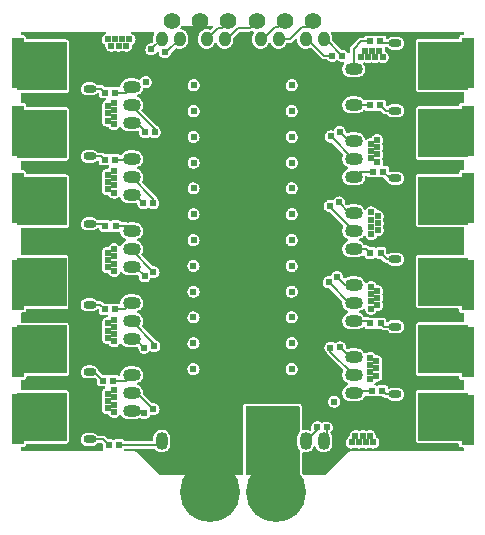
<source format=gbl>
G04 Layer: BottomLayer*
G04 EasyEDA v6.5.22, 2023-04-03 14:03:43*
G04 87db6ba2ad084763a29da5206ccfc978,3cec5f453c3247449836eb28e2eac2c3,10*
G04 Gerber Generator version 0.2*
G04 Scale: 100 percent, Rotated: No, Reflected: No *
G04 Dimensions in inches *
G04 leading zeros omitted , absolute positions ,3 integer and 6 decimal *
%FSLAX36Y36*%
%MOIN*%

%AMMACRO1*4,1,4,0.0817,-0.081,0.0817,0.081,-0.0817,0.081,-0.0817,-0.081,0.0817,-0.081,0*%
%AMMACRO2*4,1,4,-0.0817,0.081,-0.0817,-0.081,0.0817,-0.081,0.0817,0.081,-0.0817,0.081,0*%
%AMMACRO3*21,1,$1,$2,0,0,$3*%
%ADD10C,0.0080*%
%ADD11O,0.06X0.04*%
%ADD12O,0.04X0.05*%
%ADD13O,0.04X0.06*%
%ADD14O,0.043307000000000005X0.026772*%
%ADD15MACRO1*%
%ADD16MACRO2*%
%ADD17MACRO3,0.0213X0.0223X-90.0000*%
%ADD18MACRO3,0.0213X0.0223X90.0000*%
%ADD19C,0.2000*%
%ADD20C,0.0550*%
%ADD21R,0.0400X0.1700*%
%ADD22C,0.0240*%
%ADD23C,0.0121*%

%LPD*%
G36*
X764000Y130200D02*
G01*
X762460Y130500D01*
X761180Y131380D01*
X760300Y132660D01*
X760000Y134200D01*
X760000Y357000D01*
X760300Y358540D01*
X761180Y359820D01*
X762460Y360700D01*
X764000Y361000D01*
X936000Y361000D01*
X937540Y360700D01*
X938820Y359820D01*
X939700Y358540D01*
X940000Y357000D01*
X940000Y276320D01*
X939760Y274940D01*
X939040Y273720D01*
X937200Y271560D01*
X934880Y267800D01*
X933199Y263720D01*
X932159Y259400D01*
X931800Y254840D01*
X931800Y235159D01*
X932159Y230600D01*
X933199Y226280D01*
X934880Y222200D01*
X937200Y218440D01*
X939040Y216280D01*
X939760Y215060D01*
X940000Y213680D01*
X940000Y134200D01*
X939700Y132660D01*
X938820Y131380D01*
X937540Y130500D01*
X936000Y130200D01*
G37*

%LPD*%
G36*
X475880Y130200D02*
G01*
X474360Y130500D01*
X473060Y131380D01*
X397320Y207100D01*
X396180Y208080D01*
X393640Y209480D01*
X391520Y210080D01*
X389840Y210200D01*
X358800Y210200D01*
X357140Y210560D01*
X355780Y211560D01*
X354980Y213039D01*
X354840Y214740D01*
X355420Y216320D01*
X356100Y217420D01*
X357000Y218420D01*
X358180Y219080D01*
X359500Y219300D01*
X454620Y219300D01*
X456280Y218939D01*
X457660Y217900D01*
X460060Y215060D01*
X463440Y212200D01*
X467200Y209880D01*
X471280Y208200D01*
X475600Y207160D01*
X480000Y206820D01*
X484400Y207160D01*
X488720Y208200D01*
X492800Y209880D01*
X496560Y212200D01*
X499940Y215060D01*
X502800Y218440D01*
X505120Y222200D01*
X506800Y226280D01*
X507840Y230600D01*
X508200Y235159D01*
X508200Y254840D01*
X507840Y259400D01*
X506800Y263720D01*
X505120Y267800D01*
X502800Y271560D01*
X499940Y274940D01*
X496560Y277800D01*
X492800Y280120D01*
X488720Y281800D01*
X484400Y282840D01*
X480000Y283180D01*
X475600Y282840D01*
X471280Y281800D01*
X467200Y280120D01*
X463440Y277800D01*
X460060Y274940D01*
X457200Y271560D01*
X454880Y267800D01*
X453200Y263720D01*
X452160Y259400D01*
X451800Y254840D01*
X451800Y247700D01*
X451500Y246160D01*
X450620Y244880D01*
X449340Y244000D01*
X447800Y243700D01*
X359500Y243700D01*
X358180Y243920D01*
X357000Y244579D01*
X356100Y245580D01*
X355060Y247220D01*
X353780Y248520D01*
X352220Y249500D01*
X350500Y250100D01*
X348459Y250320D01*
X326620Y250320D01*
X324580Y250100D01*
X321240Y248800D01*
X319760Y248800D01*
X318140Y249500D01*
X316420Y250100D01*
X314380Y250320D01*
X303540Y250320D01*
X302000Y250640D01*
X300720Y251500D01*
X293700Y258520D01*
X292160Y259820D01*
X289920Y261119D01*
X287500Y261920D01*
X284760Y262200D01*
X268380Y262200D01*
X267140Y262400D01*
X266020Y262980D01*
X262480Y266520D01*
X259400Y268680D01*
X256000Y270260D01*
X252360Y271240D01*
X248440Y271580D01*
X232260Y271580D01*
X228340Y271240D01*
X224700Y270260D01*
X221300Y268680D01*
X218220Y266520D01*
X215560Y263860D01*
X213400Y260780D01*
X211800Y257380D01*
X210840Y253740D01*
X210500Y250000D01*
X210840Y246260D01*
X211800Y242620D01*
X213400Y239220D01*
X215560Y236140D01*
X218220Y233480D01*
X221300Y231320D01*
X224700Y229740D01*
X228340Y228760D01*
X232260Y228420D01*
X248440Y228420D01*
X252360Y228760D01*
X256000Y229740D01*
X259400Y231320D01*
X262480Y233480D01*
X266020Y237020D01*
X267140Y237600D01*
X268380Y237800D01*
X278240Y237800D01*
X279780Y237500D01*
X281080Y236620D01*
X282960Y234760D01*
X283820Y233460D01*
X284120Y231920D01*
X284120Y221100D01*
X284360Y219060D01*
X284960Y217320D01*
X285580Y216320D01*
X286160Y214740D01*
X286020Y213039D01*
X285220Y211560D01*
X283860Y210560D01*
X282200Y210200D01*
X14200Y210200D01*
X12660Y210500D01*
X11379Y211380D01*
X10500Y212659D01*
X10200Y214200D01*
X10200Y219800D01*
X10500Y221320D01*
X11379Y222620D01*
X12660Y223500D01*
X14200Y223800D01*
X19780Y223800D01*
X21820Y224020D01*
X23540Y224640D01*
X25099Y225600D01*
X26400Y226900D01*
X27360Y228440D01*
X27960Y230180D01*
X28200Y232240D01*
X28620Y233640D01*
X29520Y234780D01*
X30760Y235539D01*
X32180Y235799D01*
X161780Y235799D01*
X163820Y236040D01*
X165539Y236640D01*
X167100Y237600D01*
X168400Y238900D01*
X169360Y240460D01*
X169960Y242180D01*
X170200Y244220D01*
X170200Y405760D01*
X169960Y407800D01*
X169360Y409540D01*
X168400Y411079D01*
X167100Y412380D01*
X165539Y413340D01*
X163820Y413960D01*
X161780Y414180D01*
X14200Y414180D01*
X12660Y414480D01*
X11379Y415360D01*
X10500Y416659D01*
X10200Y418180D01*
X10200Y444799D01*
X10500Y446320D01*
X11379Y447620D01*
X12660Y448500D01*
X14200Y448800D01*
X19780Y448800D01*
X21820Y449020D01*
X23540Y449640D01*
X25099Y450600D01*
X26400Y451900D01*
X27360Y453440D01*
X27960Y455180D01*
X28200Y457239D01*
X28620Y458640D01*
X29520Y459780D01*
X30760Y460540D01*
X32180Y460800D01*
X161780Y460800D01*
X163820Y461040D01*
X165539Y461640D01*
X167100Y462600D01*
X168400Y463900D01*
X169360Y465460D01*
X169960Y467180D01*
X170200Y469219D01*
X170200Y630760D01*
X169960Y632800D01*
X169360Y634540D01*
X168400Y636080D01*
X167100Y637380D01*
X165539Y638340D01*
X163820Y638960D01*
X161780Y639180D01*
X14200Y639180D01*
X12660Y639480D01*
X11379Y640360D01*
X10500Y641660D01*
X10200Y643180D01*
X10200Y669300D01*
X10500Y670819D01*
X11379Y672120D01*
X12660Y673000D01*
X14200Y673300D01*
X19780Y673300D01*
X21820Y673520D01*
X23540Y674140D01*
X25099Y675100D01*
X26400Y676400D01*
X27360Y677940D01*
X27960Y679680D01*
X28200Y681740D01*
X28620Y683139D01*
X29520Y684280D01*
X30760Y685040D01*
X32180Y685300D01*
X161280Y685300D01*
X163320Y685540D01*
X165040Y686140D01*
X166600Y687099D01*
X167900Y688400D01*
X168860Y689960D01*
X169460Y691680D01*
X169700Y693720D01*
X169700Y855260D01*
X169460Y857300D01*
X168860Y859040D01*
X167900Y860580D01*
X166600Y861880D01*
X165040Y862840D01*
X163320Y863460D01*
X161280Y863680D01*
X14200Y863680D01*
X12660Y863980D01*
X11379Y864860D01*
X10500Y866160D01*
X10200Y867680D01*
X10200Y950800D01*
X10500Y952340D01*
X11379Y953620D01*
X12660Y954500D01*
X14200Y954800D01*
X161780Y954800D01*
X163820Y955040D01*
X165539Y955639D01*
X167100Y956600D01*
X168400Y957900D01*
X169360Y959460D01*
X169960Y961180D01*
X170200Y963220D01*
X170200Y1124760D01*
X169960Y1126800D01*
X169360Y1128540D01*
X168400Y1130080D01*
X167100Y1131380D01*
X165539Y1132340D01*
X163820Y1132960D01*
X161780Y1133180D01*
X94740Y1133180D01*
X93859Y1133280D01*
X90700Y1134000D01*
X87100Y1134160D01*
X83500Y1133680D01*
X81359Y1133180D01*
X59740Y1133180D01*
X58860Y1133280D01*
X55700Y1134000D01*
X52100Y1134160D01*
X48500Y1133680D01*
X46360Y1133180D01*
X32200Y1133180D01*
X30660Y1133480D01*
X29380Y1134360D01*
X28500Y1135660D01*
X28200Y1137180D01*
X28200Y1138840D01*
X27960Y1140880D01*
X27360Y1142600D01*
X26400Y1144160D01*
X25099Y1145440D01*
X23540Y1146420D01*
X21820Y1147020D01*
X19780Y1147260D01*
X14200Y1147260D01*
X12660Y1147560D01*
X11379Y1148420D01*
X10500Y1149720D01*
X10200Y1151260D01*
X10200Y1175800D01*
X10500Y1177340D01*
X11379Y1178620D01*
X12660Y1179500D01*
X14200Y1179800D01*
X161780Y1179800D01*
X163820Y1180040D01*
X165539Y1180640D01*
X167100Y1181600D01*
X168400Y1182900D01*
X169360Y1184460D01*
X169960Y1186180D01*
X170200Y1188220D01*
X170200Y1349760D01*
X169960Y1351800D01*
X169360Y1353540D01*
X168400Y1355080D01*
X167100Y1356380D01*
X165539Y1357340D01*
X163820Y1357960D01*
X161780Y1358180D01*
X94740Y1358180D01*
X93859Y1358280D01*
X90700Y1359000D01*
X87100Y1359160D01*
X83500Y1358680D01*
X81359Y1358180D01*
X59740Y1358180D01*
X58860Y1358280D01*
X55700Y1359000D01*
X52100Y1359160D01*
X48500Y1358680D01*
X46360Y1358180D01*
X32200Y1358180D01*
X30660Y1358480D01*
X29380Y1359360D01*
X28500Y1360660D01*
X28200Y1362180D01*
X28200Y1363839D01*
X27960Y1365880D01*
X27360Y1367600D01*
X26400Y1369160D01*
X25099Y1370440D01*
X23540Y1371420D01*
X21820Y1372020D01*
X19780Y1372260D01*
X14200Y1372260D01*
X12660Y1372560D01*
X11379Y1373420D01*
X10500Y1374720D01*
X10200Y1376260D01*
X10200Y1400800D01*
X10500Y1402340D01*
X11379Y1403620D01*
X12660Y1404500D01*
X14200Y1404800D01*
X161780Y1404800D01*
X163820Y1405040D01*
X165539Y1405640D01*
X167100Y1406600D01*
X168400Y1407900D01*
X169360Y1409460D01*
X169960Y1411180D01*
X170200Y1413220D01*
X170200Y1574760D01*
X169960Y1576800D01*
X169360Y1578540D01*
X168400Y1580080D01*
X167100Y1581380D01*
X165539Y1582340D01*
X163820Y1582960D01*
X161780Y1583180D01*
X32200Y1583180D01*
X30660Y1583480D01*
X29380Y1584360D01*
X28500Y1585660D01*
X28200Y1587180D01*
X28200Y1588779D01*
X27960Y1590820D01*
X27360Y1592540D01*
X26400Y1594100D01*
X25099Y1595400D01*
X23540Y1596360D01*
X21820Y1596960D01*
X19780Y1597200D01*
X14200Y1597200D01*
X12660Y1597500D01*
X11379Y1598380D01*
X10500Y1599660D01*
X10200Y1601200D01*
X10200Y1605800D01*
X10500Y1607340D01*
X11379Y1608620D01*
X12660Y1609500D01*
X14200Y1609800D01*
X290640Y1609800D01*
X292360Y1609420D01*
X293740Y1608340D01*
X294520Y1606780D01*
X294580Y1605020D01*
X293860Y1603420D01*
X292540Y1602280D01*
X289880Y1600840D01*
X287060Y1598580D01*
X284680Y1595860D01*
X282820Y1592760D01*
X281540Y1589360D01*
X280900Y1585800D01*
X280900Y1582200D01*
X281540Y1578640D01*
X282820Y1575240D01*
X284680Y1572140D01*
X287060Y1569420D01*
X289880Y1567160D01*
X290800Y1566660D01*
X291900Y1565780D01*
X292640Y1564540D01*
X292900Y1563140D01*
X292900Y1561200D01*
X293540Y1557640D01*
X294820Y1554240D01*
X296680Y1551140D01*
X299060Y1548420D01*
X301880Y1546160D01*
X305060Y1544440D01*
X308500Y1543320D01*
X312100Y1542840D01*
X315700Y1543000D01*
X319240Y1543800D01*
X324140Y1545960D01*
X325580Y1546020D01*
X326940Y1545580D01*
X329060Y1544440D01*
X332500Y1543320D01*
X336100Y1542840D01*
X339700Y1543000D01*
X343240Y1543800D01*
X348140Y1545960D01*
X349580Y1546020D01*
X350940Y1545580D01*
X353060Y1544440D01*
X356500Y1543320D01*
X360100Y1542840D01*
X363700Y1543000D01*
X367239Y1543800D01*
X370560Y1545220D01*
X373579Y1547220D01*
X376200Y1549720D01*
X378320Y1552640D01*
X379900Y1555900D01*
X380860Y1559379D01*
X381200Y1563500D01*
X381480Y1564660D01*
X382100Y1565700D01*
X382980Y1566500D01*
X385580Y1568220D01*
X388200Y1570720D01*
X390319Y1573640D01*
X391900Y1576900D01*
X392860Y1580400D01*
X393180Y1584000D01*
X392860Y1587600D01*
X391900Y1591100D01*
X390319Y1594360D01*
X388200Y1597280D01*
X385580Y1599780D01*
X382560Y1601780D01*
X381760Y1602120D01*
X380460Y1603000D01*
X379620Y1604300D01*
X379320Y1605820D01*
X379640Y1607340D01*
X380500Y1608640D01*
X381800Y1609500D01*
X383320Y1609800D01*
X452040Y1609800D01*
X453680Y1609440D01*
X455040Y1608440D01*
X455860Y1606980D01*
X456000Y1605300D01*
X455439Y1603700D01*
X454880Y1602800D01*
X453200Y1598720D01*
X452160Y1594400D01*
X451800Y1589840D01*
X451800Y1580160D01*
X452100Y1576339D01*
X451860Y1574640D01*
X450940Y1573200D01*
X450000Y1572240D01*
X448620Y1571339D01*
X446980Y1571080D01*
X445100Y1571160D01*
X441500Y1570680D01*
X438060Y1569560D01*
X434880Y1567840D01*
X432060Y1565580D01*
X429680Y1562860D01*
X427819Y1559760D01*
X426540Y1556360D01*
X425900Y1552800D01*
X425900Y1549199D01*
X426540Y1545640D01*
X427819Y1542240D01*
X429680Y1539139D01*
X432060Y1536420D01*
X434880Y1534160D01*
X438060Y1532440D01*
X441500Y1531320D01*
X445100Y1530840D01*
X448700Y1531000D01*
X452239Y1531800D01*
X455560Y1533220D01*
X458579Y1535220D01*
X461200Y1537720D01*
X463360Y1540680D01*
X464400Y1541960D01*
X465860Y1542700D01*
X467500Y1542780D01*
X469040Y1542220D01*
X470220Y1541060D01*
X470840Y1539540D01*
X471540Y1535640D01*
X472819Y1532240D01*
X474680Y1529139D01*
X477060Y1526420D01*
X479880Y1524160D01*
X483060Y1522440D01*
X486500Y1521320D01*
X490100Y1520840D01*
X493700Y1521000D01*
X497239Y1521800D01*
X500560Y1523220D01*
X503579Y1525220D01*
X506200Y1527720D01*
X508320Y1530640D01*
X509880Y1533899D01*
X510959Y1537960D01*
X511360Y1538920D01*
X512000Y1539760D01*
X525260Y1553020D01*
X526560Y1553880D01*
X528100Y1554180D01*
X529620Y1553880D01*
X531280Y1553200D01*
X535600Y1552160D01*
X540000Y1551819D01*
X544400Y1552160D01*
X548720Y1553200D01*
X552800Y1554880D01*
X556560Y1557200D01*
X559940Y1560060D01*
X562800Y1563440D01*
X565120Y1567200D01*
X566800Y1571279D01*
X567840Y1575600D01*
X568200Y1580160D01*
X568200Y1589840D01*
X567840Y1594400D01*
X566800Y1598720D01*
X565120Y1602800D01*
X562800Y1606560D01*
X559940Y1609940D01*
X556560Y1612800D01*
X552800Y1615120D01*
X548720Y1616800D01*
X545880Y1617480D01*
X544440Y1618160D01*
X543360Y1619340D01*
X542840Y1620840D01*
X542940Y1622420D01*
X543660Y1623839D01*
X544600Y1625040D01*
X546180Y1627800D01*
X547080Y1628860D01*
X548280Y1629560D01*
X549640Y1629800D01*
X647880Y1629800D01*
X649419Y1629500D01*
X650720Y1628620D01*
X651580Y1627340D01*
X651880Y1625800D01*
X651580Y1624259D01*
X650720Y1622980D01*
X644740Y1616980D01*
X643439Y1616120D01*
X641900Y1615820D01*
X640380Y1616120D01*
X638720Y1616800D01*
X634400Y1617840D01*
X630000Y1618180D01*
X625600Y1617840D01*
X621280Y1616800D01*
X617200Y1615120D01*
X613440Y1612800D01*
X610060Y1609940D01*
X607200Y1606560D01*
X604880Y1602800D01*
X603200Y1598720D01*
X602160Y1594400D01*
X601800Y1589840D01*
X601800Y1580160D01*
X602160Y1575600D01*
X603200Y1571279D01*
X604880Y1567200D01*
X607200Y1563440D01*
X610060Y1560060D01*
X613440Y1557200D01*
X617200Y1554880D01*
X621280Y1553200D01*
X625600Y1552160D01*
X630000Y1551819D01*
X634400Y1552160D01*
X638720Y1553200D01*
X642800Y1554880D01*
X646560Y1557200D01*
X649940Y1560060D01*
X652800Y1563440D01*
X655120Y1567200D01*
X656300Y1570080D01*
X657180Y1571380D01*
X658460Y1572240D01*
X660000Y1572540D01*
X661540Y1572240D01*
X662820Y1571380D01*
X663700Y1570080D01*
X664880Y1567200D01*
X667200Y1563440D01*
X670060Y1560060D01*
X673439Y1557200D01*
X677200Y1554880D01*
X681280Y1553200D01*
X685600Y1552160D01*
X690000Y1551819D01*
X694400Y1552160D01*
X698720Y1553200D01*
X702800Y1554880D01*
X706560Y1557200D01*
X709940Y1560060D01*
X712800Y1563440D01*
X715120Y1567200D01*
X716800Y1571279D01*
X717840Y1575600D01*
X718199Y1580160D01*
X718199Y1585280D01*
X718500Y1586819D01*
X719380Y1588120D01*
X739880Y1608620D01*
X741180Y1609500D01*
X742720Y1609800D01*
X773840Y1609800D01*
X775860Y1609960D01*
X778360Y1610640D01*
X780560Y1611740D01*
X782120Y1612180D01*
X783740Y1611940D01*
X784659Y1611600D01*
X786140Y1610660D01*
X787060Y1609160D01*
X787260Y1607420D01*
X786700Y1605760D01*
X784880Y1602800D01*
X783199Y1598720D01*
X782159Y1594400D01*
X781800Y1589840D01*
X781800Y1580160D01*
X782159Y1575600D01*
X783199Y1571279D01*
X784880Y1567200D01*
X787200Y1563440D01*
X790060Y1560060D01*
X793439Y1557200D01*
X797200Y1554880D01*
X801280Y1553200D01*
X805600Y1552160D01*
X810000Y1551819D01*
X814400Y1552160D01*
X818720Y1553200D01*
X822800Y1554880D01*
X826560Y1557200D01*
X829940Y1560060D01*
X832800Y1563440D01*
X835120Y1567200D01*
X836300Y1570080D01*
X837180Y1571380D01*
X838460Y1572240D01*
X840000Y1572540D01*
X841540Y1572240D01*
X842820Y1571380D01*
X843700Y1570080D01*
X844880Y1567200D01*
X847200Y1563440D01*
X850060Y1560060D01*
X853439Y1557200D01*
X857200Y1554880D01*
X861280Y1553200D01*
X865600Y1552160D01*
X870000Y1551819D01*
X874400Y1552160D01*
X878720Y1553200D01*
X882800Y1554880D01*
X886560Y1557200D01*
X889940Y1560060D01*
X892800Y1563440D01*
X895120Y1567200D01*
X896420Y1570340D01*
X897280Y1571620D01*
X898580Y1572500D01*
X900100Y1572800D01*
X908840Y1572800D01*
X910860Y1572960D01*
X913360Y1573640D01*
X915639Y1574780D01*
X917780Y1576519D01*
X924980Y1583720D01*
X926260Y1584580D01*
X927800Y1584880D01*
X929340Y1584580D01*
X930620Y1583720D01*
X931500Y1582420D01*
X931800Y1580880D01*
X932159Y1575600D01*
X933199Y1571279D01*
X934880Y1567200D01*
X937200Y1563440D01*
X940060Y1560060D01*
X943439Y1557200D01*
X947200Y1554880D01*
X951280Y1553200D01*
X955600Y1552160D01*
X960000Y1551819D01*
X964400Y1552160D01*
X968720Y1553200D01*
X972800Y1554880D01*
X973860Y1555540D01*
X975540Y1556100D01*
X977300Y1555900D01*
X978780Y1554960D01*
X1013259Y1520480D01*
X1014800Y1519180D01*
X1017039Y1517880D01*
X1019460Y1517080D01*
X1022200Y1516800D01*
X1030140Y1516800D01*
X1031800Y1516440D01*
X1033160Y1515440D01*
X1034060Y1514420D01*
X1036880Y1512160D01*
X1040060Y1510440D01*
X1043500Y1509319D01*
X1047099Y1508839D01*
X1050700Y1509000D01*
X1054240Y1509800D01*
X1057560Y1511220D01*
X1060580Y1513220D01*
X1062740Y1515280D01*
X1064100Y1516140D01*
X1065680Y1516380D01*
X1067240Y1516000D01*
X1068520Y1515020D01*
X1069060Y1514420D01*
X1071880Y1512160D01*
X1075060Y1510440D01*
X1078500Y1509319D01*
X1082100Y1508839D01*
X1084640Y1508959D01*
X1086180Y1508720D01*
X1087500Y1507940D01*
X1088420Y1506720D01*
X1088820Y1505220D01*
X1088620Y1503700D01*
X1087860Y1502360D01*
X1087200Y1501560D01*
X1084880Y1497800D01*
X1083200Y1493720D01*
X1082160Y1489400D01*
X1081820Y1485000D01*
X1082160Y1480600D01*
X1083200Y1476279D01*
X1084880Y1472200D01*
X1087200Y1468440D01*
X1090060Y1465060D01*
X1093440Y1462200D01*
X1097200Y1459880D01*
X1101280Y1458200D01*
X1105600Y1457160D01*
X1110160Y1456800D01*
X1129840Y1456800D01*
X1134400Y1457160D01*
X1138720Y1458200D01*
X1142800Y1459880D01*
X1146560Y1462200D01*
X1149940Y1465060D01*
X1152800Y1468440D01*
X1155120Y1472200D01*
X1156800Y1476279D01*
X1157840Y1480600D01*
X1158180Y1485000D01*
X1157840Y1489400D01*
X1156800Y1493720D01*
X1155120Y1497800D01*
X1152840Y1501500D01*
X1152300Y1502980D01*
X1152360Y1504560D01*
X1153040Y1505980D01*
X1154200Y1507040D01*
X1154980Y1507500D01*
X1156260Y1508000D01*
X1157640Y1508020D01*
X1158940Y1507580D01*
X1161060Y1506440D01*
X1164500Y1505320D01*
X1168100Y1504840D01*
X1171700Y1505000D01*
X1175240Y1505800D01*
X1180140Y1507960D01*
X1181580Y1508020D01*
X1182940Y1507580D01*
X1185060Y1506440D01*
X1188500Y1505320D01*
X1192100Y1504840D01*
X1195700Y1505000D01*
X1199240Y1505800D01*
X1204140Y1507960D01*
X1205580Y1508020D01*
X1206940Y1507580D01*
X1209060Y1506440D01*
X1212500Y1505320D01*
X1216100Y1504840D01*
X1219700Y1505000D01*
X1223240Y1505800D01*
X1226560Y1507220D01*
X1229580Y1509220D01*
X1232200Y1511720D01*
X1234320Y1514640D01*
X1235900Y1517900D01*
X1236860Y1521399D01*
X1237180Y1525000D01*
X1236860Y1528600D01*
X1235900Y1532100D01*
X1234320Y1535360D01*
X1232200Y1538280D01*
X1229580Y1540780D01*
X1226980Y1542500D01*
X1226100Y1543300D01*
X1225480Y1544340D01*
X1225200Y1545500D01*
X1224860Y1549620D01*
X1223520Y1554640D01*
X1223780Y1556220D01*
X1224640Y1557580D01*
X1225940Y1558480D01*
X1227520Y1558800D01*
X1230620Y1558800D01*
X1231860Y1558600D01*
X1232980Y1558020D01*
X1236520Y1554480D01*
X1239600Y1552320D01*
X1243000Y1550740D01*
X1246640Y1549760D01*
X1250560Y1549420D01*
X1266740Y1549420D01*
X1270660Y1549760D01*
X1274300Y1550740D01*
X1277700Y1552320D01*
X1280780Y1554480D01*
X1283440Y1557140D01*
X1285600Y1560220D01*
X1287200Y1563620D01*
X1288160Y1567260D01*
X1288500Y1571000D01*
X1288160Y1574740D01*
X1287200Y1578380D01*
X1285600Y1581780D01*
X1283440Y1584860D01*
X1280780Y1587520D01*
X1277700Y1589680D01*
X1274300Y1591260D01*
X1270660Y1592240D01*
X1266740Y1592580D01*
X1250560Y1592580D01*
X1246640Y1592240D01*
X1243000Y1591260D01*
X1239600Y1589680D01*
X1236520Y1587520D01*
X1235120Y1586120D01*
X1233880Y1585280D01*
X1232440Y1584940D01*
X1230960Y1585160D01*
X1229680Y1585920D01*
X1228740Y1587080D01*
X1228300Y1588500D01*
X1228140Y1589940D01*
X1227540Y1591680D01*
X1226560Y1593220D01*
X1225280Y1594520D01*
X1223720Y1595500D01*
X1222000Y1596100D01*
X1219960Y1596320D01*
X1198120Y1596320D01*
X1196080Y1596100D01*
X1192740Y1594800D01*
X1191260Y1594800D01*
X1189640Y1595500D01*
X1187920Y1596100D01*
X1185880Y1596320D01*
X1164040Y1596320D01*
X1162000Y1596100D01*
X1160280Y1595500D01*
X1158720Y1594520D01*
X1157440Y1593220D01*
X1156400Y1591579D01*
X1155500Y1590580D01*
X1154320Y1589920D01*
X1153000Y1589700D01*
X1144660Y1589700D01*
X1142640Y1589540D01*
X1140140Y1588860D01*
X1137860Y1587720D01*
X1135720Y1585980D01*
X1111480Y1561740D01*
X1110180Y1560200D01*
X1108880Y1557960D01*
X1108080Y1555540D01*
X1107800Y1552800D01*
X1107800Y1541360D01*
X1107460Y1539740D01*
X1106480Y1538380D01*
X1105040Y1537560D01*
X1103380Y1537380D01*
X1101800Y1537900D01*
X1100560Y1539019D01*
X1098200Y1542280D01*
X1095580Y1544780D01*
X1092560Y1546780D01*
X1089240Y1548200D01*
X1085720Y1549000D01*
X1081600Y1549160D01*
X1080160Y1549480D01*
X1078920Y1550320D01*
X1049380Y1579880D01*
X1048500Y1581180D01*
X1048199Y1582720D01*
X1048199Y1589840D01*
X1047840Y1594400D01*
X1046800Y1598720D01*
X1045120Y1602800D01*
X1044560Y1603700D01*
X1044000Y1605300D01*
X1044140Y1606980D01*
X1044960Y1608440D01*
X1046320Y1609440D01*
X1047960Y1609800D01*
X1485800Y1609800D01*
X1487340Y1609500D01*
X1488620Y1608620D01*
X1489500Y1607340D01*
X1489800Y1605800D01*
X1489800Y1601699D01*
X1489500Y1600160D01*
X1488620Y1598880D01*
X1487340Y1598000D01*
X1485800Y1597700D01*
X1480220Y1597700D01*
X1478180Y1597460D01*
X1476459Y1596860D01*
X1474900Y1595900D01*
X1473600Y1594600D01*
X1472640Y1593040D01*
X1472040Y1591339D01*
X1471780Y1588800D01*
X1471360Y1587400D01*
X1470480Y1586240D01*
X1469240Y1585460D01*
X1467800Y1585200D01*
X1337220Y1585200D01*
X1335180Y1584960D01*
X1333460Y1584360D01*
X1331900Y1583400D01*
X1330600Y1582100D01*
X1329640Y1580540D01*
X1329040Y1578820D01*
X1328800Y1576780D01*
X1328800Y1415240D01*
X1329040Y1413200D01*
X1329640Y1411459D01*
X1330600Y1409920D01*
X1331900Y1408620D01*
X1333460Y1407660D01*
X1335180Y1407040D01*
X1337220Y1406819D01*
X1485800Y1406819D01*
X1487340Y1406519D01*
X1488620Y1405640D01*
X1489500Y1404340D01*
X1489800Y1402820D01*
X1489800Y1376680D01*
X1489500Y1375160D01*
X1488620Y1373860D01*
X1487340Y1373000D01*
X1485800Y1372680D01*
X1480220Y1372680D01*
X1478180Y1372460D01*
X1476459Y1371860D01*
X1474900Y1370880D01*
X1473600Y1369580D01*
X1472640Y1368040D01*
X1472040Y1366320D01*
X1471780Y1363800D01*
X1471360Y1362400D01*
X1470480Y1361240D01*
X1469240Y1360460D01*
X1467800Y1360200D01*
X1337220Y1360200D01*
X1335180Y1359960D01*
X1333460Y1359360D01*
X1331900Y1358400D01*
X1330600Y1357100D01*
X1329640Y1355540D01*
X1329040Y1353820D01*
X1328800Y1351780D01*
X1328800Y1190240D01*
X1329040Y1188200D01*
X1329640Y1186460D01*
X1330600Y1184920D01*
X1331900Y1183620D01*
X1333460Y1182660D01*
X1335180Y1182040D01*
X1337220Y1181820D01*
X1485800Y1181820D01*
X1487340Y1181520D01*
X1488620Y1180640D01*
X1489500Y1179340D01*
X1489800Y1177820D01*
X1489800Y1151680D01*
X1489500Y1150160D01*
X1488620Y1148860D01*
X1487340Y1148000D01*
X1485800Y1147680D01*
X1480220Y1147680D01*
X1478180Y1147460D01*
X1476459Y1146860D01*
X1474900Y1145880D01*
X1473600Y1144580D01*
X1472640Y1143040D01*
X1472040Y1141320D01*
X1471780Y1138800D01*
X1471360Y1137400D01*
X1470480Y1136240D01*
X1469240Y1135460D01*
X1467800Y1135200D01*
X1337220Y1135200D01*
X1335180Y1134960D01*
X1333460Y1134360D01*
X1331900Y1133400D01*
X1330600Y1132100D01*
X1329640Y1130540D01*
X1329040Y1128820D01*
X1328800Y1126780D01*
X1328800Y965240D01*
X1329040Y963199D01*
X1329640Y961460D01*
X1330600Y959920D01*
X1331900Y958620D01*
X1333460Y957660D01*
X1335180Y957039D01*
X1337220Y956820D01*
X1485800Y956820D01*
X1487340Y956520D01*
X1488620Y955639D01*
X1489500Y954340D01*
X1489800Y952820D01*
X1489800Y869200D01*
X1489500Y867660D01*
X1488620Y866380D01*
X1487340Y865500D01*
X1485800Y865200D01*
X1337220Y865200D01*
X1335180Y864960D01*
X1333460Y864360D01*
X1331900Y863400D01*
X1330600Y862099D01*
X1329640Y860540D01*
X1329040Y858820D01*
X1328800Y856780D01*
X1328800Y695240D01*
X1329040Y693199D01*
X1329640Y691460D01*
X1330600Y689920D01*
X1331900Y688620D01*
X1333460Y687660D01*
X1335180Y687039D01*
X1337220Y686820D01*
X1467800Y686820D01*
X1469340Y686520D01*
X1470620Y685639D01*
X1471500Y684340D01*
X1471800Y682820D01*
X1471800Y681220D01*
X1472040Y679180D01*
X1472640Y677460D01*
X1473600Y675900D01*
X1474900Y674599D01*
X1476459Y673640D01*
X1478180Y673020D01*
X1480220Y672800D01*
X1485800Y672800D01*
X1487340Y672500D01*
X1488620Y671620D01*
X1489500Y670320D01*
X1489800Y668800D01*
X1489800Y644700D01*
X1489500Y643160D01*
X1488620Y641880D01*
X1487340Y641000D01*
X1485800Y640699D01*
X1337220Y640699D01*
X1335180Y640460D01*
X1333460Y639860D01*
X1331900Y638900D01*
X1330600Y637600D01*
X1329640Y636040D01*
X1329040Y634320D01*
X1328800Y632280D01*
X1328800Y470740D01*
X1329040Y468700D01*
X1329640Y466960D01*
X1330600Y465420D01*
X1331900Y464120D01*
X1333460Y463160D01*
X1335180Y462540D01*
X1337220Y462320D01*
X1407280Y462320D01*
X1411100Y461840D01*
X1414700Y462000D01*
X1416540Y462320D01*
X1442280Y462320D01*
X1446100Y461840D01*
X1449700Y462000D01*
X1451540Y462320D01*
X1467800Y462320D01*
X1469340Y462020D01*
X1470620Y461140D01*
X1471500Y459840D01*
X1471800Y458320D01*
X1471800Y456719D01*
X1472040Y454680D01*
X1472640Y452960D01*
X1473600Y451400D01*
X1474900Y450100D01*
X1476459Y449140D01*
X1478180Y448519D01*
X1480220Y448300D01*
X1485800Y448300D01*
X1487340Y448000D01*
X1488620Y447120D01*
X1489500Y445820D01*
X1489800Y444300D01*
X1489800Y419200D01*
X1489500Y417660D01*
X1488620Y416380D01*
X1487340Y415500D01*
X1485800Y415200D01*
X1337220Y415200D01*
X1335180Y414960D01*
X1333460Y414360D01*
X1331900Y413400D01*
X1330600Y412100D01*
X1329640Y410540D01*
X1329040Y408820D01*
X1328800Y406780D01*
X1328800Y245240D01*
X1329040Y243200D01*
X1329640Y241460D01*
X1330600Y239920D01*
X1331900Y238619D01*
X1333460Y237659D01*
X1335180Y237040D01*
X1337220Y236820D01*
X1467800Y236820D01*
X1469340Y236520D01*
X1470620Y235640D01*
X1471500Y234340D01*
X1471800Y232820D01*
X1471800Y231720D01*
X1472040Y229680D01*
X1472640Y227960D01*
X1473600Y226400D01*
X1474900Y225100D01*
X1476459Y224140D01*
X1478180Y223520D01*
X1480220Y223299D01*
X1485800Y223299D01*
X1487340Y223000D01*
X1488620Y222120D01*
X1489500Y220820D01*
X1489800Y219300D01*
X1489800Y214200D01*
X1489500Y212659D01*
X1488620Y211380D01*
X1487340Y210500D01*
X1485800Y210200D01*
X1110160Y210200D01*
X1108660Y210080D01*
X1105880Y209280D01*
X1103960Y208200D01*
X1102680Y207100D01*
X1026940Y131380D01*
X1025639Y130500D01*
X1024120Y130200D01*
X954599Y130200D01*
X953259Y130440D01*
X952080Y131100D01*
X951180Y132120D01*
X950120Y133880D01*
X948960Y135460D01*
X948400Y136580D01*
X948199Y137820D01*
X948199Y203860D01*
X948460Y205280D01*
X949200Y206500D01*
X950320Y207399D01*
X951700Y207820D01*
X953139Y207740D01*
X955600Y207160D01*
X960000Y206820D01*
X964400Y207160D01*
X968720Y208200D01*
X972800Y209880D01*
X976560Y212200D01*
X979940Y215060D01*
X982800Y218440D01*
X985120Y222200D01*
X986300Y225080D01*
X987180Y226380D01*
X988460Y227240D01*
X990000Y227540D01*
X991540Y227240D01*
X992820Y226380D01*
X993700Y225080D01*
X994880Y222200D01*
X997200Y218440D01*
X1000060Y215060D01*
X1003439Y212200D01*
X1007200Y209880D01*
X1011280Y208200D01*
X1015600Y207160D01*
X1020000Y206820D01*
X1024400Y207160D01*
X1028720Y208200D01*
X1032800Y209880D01*
X1036560Y212200D01*
X1039940Y215060D01*
X1042800Y218440D01*
X1045120Y222200D01*
X1046800Y226280D01*
X1047840Y230600D01*
X1048199Y235159D01*
X1048199Y254840D01*
X1047840Y259400D01*
X1046800Y263720D01*
X1045120Y267800D01*
X1043379Y270620D01*
X1042880Y271880D01*
X1042820Y273220D01*
X1043220Y274520D01*
X1044040Y275600D01*
X1045200Y276720D01*
X1047320Y279640D01*
X1048900Y282900D01*
X1049860Y286400D01*
X1050180Y290000D01*
X1049860Y293600D01*
X1048900Y297100D01*
X1047320Y300360D01*
X1045200Y303280D01*
X1042580Y305780D01*
X1039560Y307780D01*
X1036240Y309200D01*
X1032700Y310000D01*
X1029100Y310160D01*
X1025500Y309680D01*
X1022060Y308560D01*
X1018880Y306840D01*
X1017060Y305380D01*
X1015800Y304720D01*
X1014380Y304520D01*
X1012980Y304840D01*
X1011800Y305620D01*
X1010580Y306780D01*
X1007560Y308780D01*
X1004240Y310200D01*
X1000699Y311000D01*
X997099Y311160D01*
X993500Y310680D01*
X990060Y309560D01*
X986880Y307840D01*
X984060Y305580D01*
X981680Y302860D01*
X979820Y299760D01*
X978540Y296360D01*
X977900Y292800D01*
X977900Y289200D01*
X978540Y285640D01*
X978860Y284800D01*
X979100Y283180D01*
X978680Y281580D01*
X977660Y280300D01*
X976200Y279540D01*
X974560Y279420D01*
X968720Y281800D01*
X964400Y282840D01*
X960000Y283180D01*
X955600Y282840D01*
X953139Y282260D01*
X951700Y282180D01*
X950320Y282600D01*
X949200Y283500D01*
X948460Y284720D01*
X948199Y286140D01*
X948199Y358760D01*
X947940Y360959D01*
X947240Y362800D01*
X946040Y364520D01*
X943520Y367040D01*
X941800Y368240D01*
X939960Y368940D01*
X937760Y369200D01*
X760120Y369200D01*
X759140Y369140D01*
X757099Y368640D01*
X755360Y367720D01*
X753880Y366420D01*
X752760Y364799D01*
X752060Y362960D01*
X751800Y360760D01*
X751800Y134200D01*
X751500Y132660D01*
X750620Y131380D01*
X749340Y130500D01*
X747800Y130200D01*
G37*

%LPC*%
G36*
X1113100Y219840D02*
G01*
X1116700Y220000D01*
X1120240Y220799D01*
X1125140Y222960D01*
X1126580Y223020D01*
X1127940Y222580D01*
X1130060Y221439D01*
X1133500Y220320D01*
X1137100Y219840D01*
X1140700Y220000D01*
X1144240Y220799D01*
X1149140Y222960D01*
X1150580Y223020D01*
X1151940Y222580D01*
X1154060Y221439D01*
X1157500Y220320D01*
X1161100Y219840D01*
X1164700Y220000D01*
X1168240Y220799D01*
X1173140Y222960D01*
X1174580Y223020D01*
X1175940Y222580D01*
X1178060Y221439D01*
X1181500Y220320D01*
X1185100Y219840D01*
X1188700Y220000D01*
X1192240Y220799D01*
X1195560Y222220D01*
X1198580Y224220D01*
X1201200Y226720D01*
X1203320Y229640D01*
X1204900Y232900D01*
X1205860Y236400D01*
X1206180Y240000D01*
X1205860Y243600D01*
X1204900Y247100D01*
X1203320Y250360D01*
X1201200Y253280D01*
X1198580Y255780D01*
X1195980Y257500D01*
X1195100Y258299D01*
X1194480Y259340D01*
X1194200Y260500D01*
X1193860Y264620D01*
X1192900Y268100D01*
X1191320Y271360D01*
X1189200Y274280D01*
X1186580Y276780D01*
X1183560Y278780D01*
X1180240Y280200D01*
X1176700Y281000D01*
X1173100Y281160D01*
X1169500Y280680D01*
X1166060Y279560D01*
X1163940Y278420D01*
X1162580Y277960D01*
X1161140Y278040D01*
X1156240Y280200D01*
X1152700Y281000D01*
X1149100Y281160D01*
X1145500Y280680D01*
X1142060Y279560D01*
X1139940Y278420D01*
X1138580Y277960D01*
X1137140Y278040D01*
X1132240Y280200D01*
X1128700Y281000D01*
X1125100Y281160D01*
X1121500Y280680D01*
X1118060Y279560D01*
X1114880Y277840D01*
X1112060Y275580D01*
X1109680Y272860D01*
X1107820Y269760D01*
X1106540Y266360D01*
X1105900Y262800D01*
X1105900Y260859D01*
X1105640Y259460D01*
X1104900Y258220D01*
X1103800Y257340D01*
X1102880Y256840D01*
X1100060Y254579D01*
X1097680Y251860D01*
X1095820Y248760D01*
X1094540Y245360D01*
X1093900Y241800D01*
X1093900Y238200D01*
X1094540Y234640D01*
X1095820Y231240D01*
X1097680Y228140D01*
X1100060Y225420D01*
X1102880Y223160D01*
X1106060Y221439D01*
X1109500Y220320D01*
G37*
G36*
X370160Y316800D02*
G01*
X389840Y316800D01*
X394400Y317160D01*
X398720Y318200D01*
X402800Y319880D01*
X406440Y322120D01*
X407960Y322660D01*
X409580Y322560D01*
X411019Y321840D01*
X411880Y321160D01*
X415060Y319440D01*
X418500Y318320D01*
X422100Y317840D01*
X425700Y318000D01*
X429240Y318800D01*
X432560Y320220D01*
X435580Y322220D01*
X438200Y324720D01*
X440319Y327640D01*
X441440Y329980D01*
X442280Y331140D01*
X443480Y331920D01*
X444880Y332239D01*
X446280Y332040D01*
X448500Y331320D01*
X452100Y330840D01*
X455700Y331000D01*
X459240Y331800D01*
X462560Y333220D01*
X465580Y335220D01*
X468200Y337720D01*
X470319Y340640D01*
X471900Y343900D01*
X472860Y347400D01*
X473180Y351000D01*
X472860Y354600D01*
X471900Y358100D01*
X470319Y361360D01*
X468200Y364280D01*
X465580Y366780D01*
X462560Y368780D01*
X459240Y370200D01*
X455700Y371000D01*
X452100Y371160D01*
X450540Y370959D01*
X449300Y370980D01*
X448160Y371360D01*
X447160Y372080D01*
X419200Y400040D01*
X418280Y401500D01*
X418040Y403200D01*
X418180Y405000D01*
X417840Y409400D01*
X416800Y413720D01*
X415120Y417800D01*
X412800Y421560D01*
X409940Y424940D01*
X406560Y427800D01*
X402800Y430120D01*
X399920Y431300D01*
X398620Y432180D01*
X397760Y433459D01*
X397460Y435000D01*
X397760Y436540D01*
X398620Y437819D01*
X399920Y438700D01*
X402800Y439880D01*
X406560Y442200D01*
X409940Y445060D01*
X412800Y448440D01*
X415120Y452200D01*
X416800Y456280D01*
X417840Y460600D01*
X418180Y465000D01*
X417840Y469400D01*
X416800Y473720D01*
X415120Y477800D01*
X412800Y481560D01*
X409940Y484940D01*
X406560Y487800D01*
X402800Y490120D01*
X398720Y491800D01*
X394400Y492840D01*
X389840Y493200D01*
X370160Y493200D01*
X365600Y492840D01*
X361280Y491800D01*
X357200Y490120D01*
X353440Y487800D01*
X350060Y484940D01*
X347200Y481560D01*
X344880Y477800D01*
X343200Y473720D01*
X342160Y469400D01*
X341880Y465760D01*
X341420Y464180D01*
X340360Y462920D01*
X338880Y462200D01*
X337239Y462120D01*
X335720Y462700D01*
X333700Y464000D01*
X332000Y464600D01*
X329960Y464820D01*
X308120Y464820D01*
X306080Y464600D01*
X302740Y463300D01*
X301260Y463300D01*
X299640Y464000D01*
X297920Y464600D01*
X295880Y464820D01*
X285040Y464820D01*
X283500Y465140D01*
X282220Y466000D01*
X270760Y477460D01*
X270120Y478280D01*
X269720Y479240D01*
X268880Y482380D01*
X267300Y485780D01*
X265140Y488860D01*
X262480Y491520D01*
X259400Y493680D01*
X256000Y495260D01*
X252360Y496240D01*
X248440Y496580D01*
X232260Y496580D01*
X228340Y496240D01*
X224700Y495260D01*
X221300Y493680D01*
X218220Y491520D01*
X215560Y488860D01*
X213400Y485780D01*
X211800Y482380D01*
X210840Y478740D01*
X210500Y475000D01*
X210840Y471260D01*
X211800Y467620D01*
X213400Y464219D01*
X215560Y461140D01*
X218220Y458480D01*
X221300Y456320D01*
X224700Y454739D01*
X228340Y453760D01*
X232260Y453420D01*
X248440Y453420D01*
X252360Y453760D01*
X256119Y454760D01*
X257500Y454880D01*
X258840Y454520D01*
X259980Y453720D01*
X264460Y449260D01*
X265320Y447960D01*
X265620Y446420D01*
X265620Y435600D01*
X265860Y433560D01*
X266460Y431820D01*
X267440Y430280D01*
X268720Y428980D01*
X270280Y428000D01*
X272000Y427400D01*
X274040Y427160D01*
X288480Y427160D01*
X290180Y426780D01*
X291560Y425720D01*
X292360Y424140D01*
X292400Y422400D01*
X291700Y420800D01*
X290380Y419640D01*
X288880Y418840D01*
X286060Y416580D01*
X283680Y413860D01*
X281820Y410760D01*
X280540Y407360D01*
X279900Y403800D01*
X279900Y400200D01*
X280540Y396640D01*
X281820Y393240D01*
X282520Y392060D01*
X283020Y390720D01*
X283020Y389280D01*
X282520Y387939D01*
X281820Y386760D01*
X280540Y383360D01*
X279900Y379799D01*
X279900Y376200D01*
X280540Y372640D01*
X281820Y369240D01*
X282520Y368060D01*
X283020Y366719D01*
X283020Y365280D01*
X282520Y363940D01*
X281820Y362760D01*
X280540Y359360D01*
X279900Y355800D01*
X279900Y352200D01*
X280540Y348640D01*
X281820Y345240D01*
X283680Y342140D01*
X286060Y339420D01*
X288880Y337160D01*
X292060Y335439D01*
X295500Y334320D01*
X299100Y333840D01*
X299980Y333880D01*
X301400Y333680D01*
X302660Y333000D01*
X303600Y331940D01*
X304680Y330140D01*
X307060Y327420D01*
X309880Y325160D01*
X313060Y323440D01*
X316500Y322320D01*
X320100Y321840D01*
X323700Y322000D01*
X327239Y322800D01*
X330560Y324219D01*
X333579Y326220D01*
X336200Y328720D01*
X338540Y331960D01*
X339700Y333020D01*
X341160Y333560D01*
X342720Y333500D01*
X344140Y332840D01*
X345200Y331700D01*
X347200Y328440D01*
X350060Y325060D01*
X353440Y322200D01*
X357200Y319880D01*
X361280Y318200D01*
X365600Y317160D01*
G37*
G36*
X1054600Y356340D02*
G01*
X1058200Y356500D01*
X1061740Y357299D01*
X1065060Y358720D01*
X1068080Y360720D01*
X1070700Y363220D01*
X1072820Y366140D01*
X1074400Y369400D01*
X1075360Y372900D01*
X1075680Y376500D01*
X1075360Y380100D01*
X1074400Y383600D01*
X1072820Y386860D01*
X1070700Y389780D01*
X1068080Y392280D01*
X1065060Y394280D01*
X1061740Y395700D01*
X1058200Y396500D01*
X1054600Y396659D01*
X1051000Y396180D01*
X1047560Y395060D01*
X1044380Y393340D01*
X1041560Y391079D01*
X1039180Y388360D01*
X1037320Y385260D01*
X1036040Y381860D01*
X1035400Y378300D01*
X1035400Y374700D01*
X1036040Y371140D01*
X1037320Y367740D01*
X1039180Y364640D01*
X1041560Y361920D01*
X1044380Y359660D01*
X1047560Y357939D01*
X1051000Y356820D01*
G37*
G36*
X1110160Y376800D02*
G01*
X1129840Y376800D01*
X1134400Y377160D01*
X1138720Y378200D01*
X1142800Y379880D01*
X1146560Y382200D01*
X1149940Y385060D01*
X1152800Y388440D01*
X1155120Y392200D01*
X1156600Y395780D01*
X1157460Y397080D01*
X1158760Y397960D01*
X1160300Y398260D01*
X1161820Y397960D01*
X1163120Y397080D01*
X1164720Y395480D01*
X1166280Y394500D01*
X1168000Y393900D01*
X1170040Y393660D01*
X1191880Y393660D01*
X1193920Y393900D01*
X1197260Y395200D01*
X1198740Y395200D01*
X1200360Y394500D01*
X1202080Y393900D01*
X1204120Y393660D01*
X1214960Y393660D01*
X1216360Y393420D01*
X1217580Y392700D01*
X1219340Y391180D01*
X1221580Y389880D01*
X1224000Y389080D01*
X1226740Y388800D01*
X1230620Y388800D01*
X1231860Y388600D01*
X1232980Y388020D01*
X1236520Y384480D01*
X1239600Y382320D01*
X1243000Y380740D01*
X1246640Y379760D01*
X1250560Y379420D01*
X1266740Y379420D01*
X1270660Y379760D01*
X1274300Y380740D01*
X1277700Y382320D01*
X1280780Y384480D01*
X1283440Y387140D01*
X1285600Y390220D01*
X1287200Y393620D01*
X1288160Y397260D01*
X1288500Y401000D01*
X1288160Y404739D01*
X1287200Y408380D01*
X1285600Y411780D01*
X1283440Y414860D01*
X1280780Y417520D01*
X1277700Y419680D01*
X1274300Y421260D01*
X1270660Y422239D01*
X1266740Y422580D01*
X1250560Y422580D01*
X1246640Y422239D01*
X1243000Y421260D01*
X1240020Y419880D01*
X1238560Y419500D01*
X1237060Y419700D01*
X1235760Y420439D01*
X1234800Y421620D01*
X1234360Y423060D01*
X1234140Y424940D01*
X1233540Y426680D01*
X1232560Y428220D01*
X1231280Y429520D01*
X1229720Y430500D01*
X1228000Y431100D01*
X1225960Y431320D01*
X1204120Y431320D01*
X1202080Y431100D01*
X1198740Y429799D01*
X1197260Y429799D01*
X1195640Y430500D01*
X1193920Y431100D01*
X1192860Y431220D01*
X1191280Y431740D01*
X1190060Y432860D01*
X1189400Y434380D01*
X1189400Y436040D01*
X1190080Y437540D01*
X1193160Y441780D01*
X1194360Y442560D01*
X1195740Y442860D01*
X1198700Y443000D01*
X1202240Y443800D01*
X1205560Y445220D01*
X1208580Y447220D01*
X1211200Y449720D01*
X1213320Y452640D01*
X1214900Y455900D01*
X1215860Y459400D01*
X1216180Y463000D01*
X1215860Y466599D01*
X1214900Y470100D01*
X1213360Y473260D01*
X1213020Y474400D01*
X1213020Y475600D01*
X1213360Y476740D01*
X1214900Y479900D01*
X1215860Y483400D01*
X1216180Y487000D01*
X1215860Y490600D01*
X1214900Y494099D01*
X1213360Y497260D01*
X1213020Y498400D01*
X1213020Y499600D01*
X1213360Y500740D01*
X1214900Y503900D01*
X1215860Y507400D01*
X1216180Y511000D01*
X1215860Y514600D01*
X1214900Y518100D01*
X1213320Y521360D01*
X1211200Y524280D01*
X1208580Y526780D01*
X1205560Y528780D01*
X1202240Y530200D01*
X1198700Y531000D01*
X1195740Y531140D01*
X1194360Y531440D01*
X1193160Y532220D01*
X1190200Y536280D01*
X1187580Y538780D01*
X1184560Y540780D01*
X1181240Y542200D01*
X1177700Y543000D01*
X1174100Y543160D01*
X1170500Y542680D01*
X1167060Y541560D01*
X1163880Y539840D01*
X1160720Y537300D01*
X1159200Y536540D01*
X1157520Y536460D01*
X1155960Y537100D01*
X1154800Y538320D01*
X1152800Y541560D01*
X1149940Y544940D01*
X1146560Y547800D01*
X1142800Y550120D01*
X1138720Y551800D01*
X1134400Y552840D01*
X1129840Y553200D01*
X1110160Y553200D01*
X1105600Y552840D01*
X1101040Y551700D01*
X1099500Y551400D01*
X1097980Y551700D01*
X1096260Y552980D01*
X1095340Y554460D01*
X1095100Y556180D01*
X1095180Y557000D01*
X1094860Y560600D01*
X1093900Y564100D01*
X1092320Y567360D01*
X1090200Y570280D01*
X1087580Y572780D01*
X1084560Y574780D01*
X1081240Y576200D01*
X1077700Y577000D01*
X1074100Y577160D01*
X1070500Y576680D01*
X1067060Y575560D01*
X1063880Y573840D01*
X1060920Y571480D01*
X1059660Y570800D01*
X1058240Y570600D01*
X1056840Y570920D01*
X1052560Y573780D01*
X1049240Y575200D01*
X1045699Y576000D01*
X1042099Y576160D01*
X1038500Y575680D01*
X1035060Y574560D01*
X1031880Y572840D01*
X1029060Y570580D01*
X1026680Y567860D01*
X1024820Y564760D01*
X1023540Y561360D01*
X1022900Y557800D01*
X1022900Y554200D01*
X1023540Y550640D01*
X1024820Y547240D01*
X1026680Y544140D01*
X1029060Y541420D01*
X1030000Y540640D01*
X1030860Y539720D01*
X1031620Y537640D01*
X1032780Y535360D01*
X1034520Y533220D01*
X1084580Y483160D01*
X1085520Y481680D01*
X1085720Y479920D01*
X1085160Y478240D01*
X1084880Y477800D01*
X1083200Y473720D01*
X1082160Y469400D01*
X1081820Y465000D01*
X1082160Y460600D01*
X1083200Y456280D01*
X1084880Y452200D01*
X1087200Y448440D01*
X1090060Y445060D01*
X1093440Y442200D01*
X1097200Y439880D01*
X1100080Y438700D01*
X1101380Y437819D01*
X1102240Y436540D01*
X1102540Y435000D01*
X1102240Y433459D01*
X1101380Y432180D01*
X1100080Y431300D01*
X1097200Y430120D01*
X1093440Y427800D01*
X1090060Y424940D01*
X1087200Y421560D01*
X1084880Y417800D01*
X1083200Y413720D01*
X1082160Y409400D01*
X1081820Y405000D01*
X1082160Y400600D01*
X1083200Y396280D01*
X1084880Y392200D01*
X1087200Y388440D01*
X1090060Y385060D01*
X1093440Y382200D01*
X1097200Y379880D01*
X1101280Y378200D01*
X1105600Y377160D01*
G37*
G36*
X912800Y464840D02*
G01*
X916400Y465000D01*
X919940Y465800D01*
X923259Y467220D01*
X926280Y469219D01*
X928900Y471719D01*
X931020Y474640D01*
X932600Y477900D01*
X933560Y481400D01*
X933880Y485000D01*
X933560Y488600D01*
X932600Y492100D01*
X931020Y495360D01*
X928900Y498280D01*
X926280Y500780D01*
X923259Y502780D01*
X919940Y504200D01*
X916400Y505000D01*
X912800Y505160D01*
X909200Y504680D01*
X905759Y503560D01*
X902580Y501840D01*
X899760Y499580D01*
X897380Y496860D01*
X895520Y493760D01*
X894240Y490360D01*
X893600Y486800D01*
X893600Y483200D01*
X894240Y479640D01*
X895520Y476240D01*
X897380Y473140D01*
X899760Y470420D01*
X902580Y468160D01*
X905759Y466440D01*
X909200Y465319D01*
G37*
G36*
X585400Y464840D02*
G01*
X589000Y465000D01*
X592540Y465800D01*
X595860Y467220D01*
X598880Y469219D01*
X601500Y471719D01*
X603620Y474640D01*
X605200Y477900D01*
X606160Y481400D01*
X606480Y485000D01*
X606160Y488600D01*
X605200Y492100D01*
X603620Y495360D01*
X601500Y498280D01*
X598880Y500780D01*
X595860Y502780D01*
X592540Y504200D01*
X589000Y505000D01*
X585400Y505160D01*
X581800Y504680D01*
X578360Y503560D01*
X575180Y501840D01*
X572360Y499580D01*
X569980Y496860D01*
X568120Y493760D01*
X566840Y490360D01*
X566200Y486800D01*
X566200Y483200D01*
X566840Y479640D01*
X568120Y476240D01*
X569980Y473140D01*
X572360Y470420D01*
X575180Y468160D01*
X578360Y466440D01*
X581800Y465319D01*
G37*
G36*
X422100Y535840D02*
G01*
X425700Y536000D01*
X429240Y536800D01*
X432560Y538220D01*
X435580Y540220D01*
X438200Y542720D01*
X438860Y543620D01*
X440040Y544700D01*
X441560Y545240D01*
X443160Y545120D01*
X448060Y542440D01*
X451500Y541320D01*
X455100Y540840D01*
X458700Y541000D01*
X462239Y541800D01*
X465560Y543220D01*
X468579Y545220D01*
X471200Y547720D01*
X473320Y550640D01*
X474900Y553900D01*
X475860Y557400D01*
X476180Y561000D01*
X475860Y564600D01*
X474900Y568100D01*
X473320Y571360D01*
X471200Y574280D01*
X468579Y576780D01*
X465560Y578780D01*
X462640Y580020D01*
X461380Y580880D01*
X415420Y626840D01*
X414480Y628320D01*
X414280Y630080D01*
X414840Y631760D01*
X415120Y632200D01*
X416800Y636280D01*
X417840Y640600D01*
X418180Y645000D01*
X417840Y649400D01*
X416800Y653720D01*
X415120Y657800D01*
X412800Y661560D01*
X409940Y664940D01*
X406560Y667800D01*
X402800Y670120D01*
X399920Y671300D01*
X398620Y672180D01*
X397760Y673460D01*
X397460Y675000D01*
X397760Y676540D01*
X398620Y677820D01*
X399920Y678700D01*
X402800Y679880D01*
X406560Y682200D01*
X409940Y685060D01*
X412800Y688439D01*
X415120Y692200D01*
X416800Y696280D01*
X417840Y700600D01*
X418180Y705000D01*
X417840Y709400D01*
X416800Y713720D01*
X415120Y717800D01*
X412800Y721560D01*
X409940Y724940D01*
X406560Y727800D01*
X402800Y730120D01*
X398720Y731800D01*
X394400Y732840D01*
X389840Y733199D01*
X370160Y733199D01*
X365600Y732840D01*
X361280Y731800D01*
X357200Y730120D01*
X353440Y727800D01*
X350060Y724940D01*
X347200Y721560D01*
X344880Y717800D01*
X343200Y713720D01*
X342160Y709400D01*
X341900Y706200D01*
X341460Y704659D01*
X340460Y703420D01*
X339060Y702680D01*
X337460Y702540D01*
X334940Y702820D01*
X313120Y702820D01*
X311080Y702600D01*
X307740Y701300D01*
X306260Y701300D01*
X304640Y702000D01*
X302920Y702600D01*
X300880Y702820D01*
X290040Y702820D01*
X288500Y703139D01*
X287220Y704000D01*
X283200Y708020D01*
X281660Y709320D01*
X279420Y710620D01*
X277000Y711420D01*
X274260Y711700D01*
X267880Y711700D01*
X266640Y711900D01*
X265520Y712480D01*
X261980Y716020D01*
X258900Y718180D01*
X255500Y719760D01*
X251860Y720740D01*
X247940Y721080D01*
X231759Y721080D01*
X227840Y720740D01*
X224200Y719760D01*
X220799Y718180D01*
X217719Y716020D01*
X215060Y713360D01*
X212900Y710280D01*
X211300Y706880D01*
X210340Y703240D01*
X210000Y699500D01*
X210340Y695759D01*
X211300Y692120D01*
X212900Y688720D01*
X215060Y685639D01*
X217719Y682980D01*
X220799Y680819D01*
X224200Y679240D01*
X227840Y678259D01*
X231759Y677920D01*
X247940Y677920D01*
X251860Y678259D01*
X255500Y679240D01*
X258900Y680819D01*
X261980Y682980D01*
X263800Y684800D01*
X265100Y685660D01*
X266620Y685960D01*
X268160Y685660D01*
X269460Y684800D01*
X270320Y683500D01*
X270620Y681960D01*
X270620Y673600D01*
X270860Y671560D01*
X271460Y669820D01*
X272440Y668280D01*
X273720Y666979D01*
X275280Y666000D01*
X277000Y665400D01*
X279040Y665160D01*
X298880Y665160D01*
X300540Y664800D01*
X301900Y663780D01*
X302720Y662280D01*
X302820Y660580D01*
X302220Y658980D01*
X301020Y657780D01*
X299400Y657200D01*
X295500Y656680D01*
X292060Y655560D01*
X288880Y653840D01*
X286060Y651580D01*
X283680Y648860D01*
X281820Y645759D01*
X280540Y642360D01*
X279900Y638800D01*
X279900Y635200D01*
X280540Y631640D01*
X281820Y628240D01*
X282520Y627060D01*
X283020Y625720D01*
X283020Y624280D01*
X282520Y622940D01*
X281820Y621760D01*
X280540Y618360D01*
X279900Y614800D01*
X279900Y611200D01*
X280540Y607640D01*
X281820Y604240D01*
X282520Y603060D01*
X283020Y601720D01*
X283020Y600280D01*
X282520Y598940D01*
X281820Y597760D01*
X280540Y594360D01*
X279900Y590800D01*
X279900Y587200D01*
X280540Y583640D01*
X281820Y580240D01*
X283680Y577140D01*
X286060Y574420D01*
X288880Y572160D01*
X292060Y570440D01*
X295500Y569320D01*
X299100Y568840D01*
X299980Y568880D01*
X301400Y568680D01*
X302660Y568000D01*
X303600Y566940D01*
X304680Y565140D01*
X307060Y562420D01*
X309880Y560160D01*
X313060Y558440D01*
X316500Y557320D01*
X320100Y556840D01*
X323700Y557000D01*
X327239Y557800D01*
X330560Y559220D01*
X333579Y561220D01*
X336200Y563720D01*
X338320Y566640D01*
X339520Y569140D01*
X340580Y570480D01*
X342080Y571260D01*
X343780Y571360D01*
X345360Y570720D01*
X346540Y569500D01*
X347200Y568440D01*
X350060Y565060D01*
X353440Y562200D01*
X357200Y559880D01*
X361280Y558200D01*
X365600Y557160D01*
X370160Y556800D01*
X389840Y556800D01*
X394400Y557160D01*
X397960Y558020D01*
X399739Y558040D01*
X401340Y557280D01*
X402480Y555920D01*
X402900Y554200D01*
X403540Y550640D01*
X404820Y547240D01*
X406680Y544140D01*
X409060Y541420D01*
X411880Y539160D01*
X415060Y537440D01*
X418500Y536320D01*
G37*
G36*
X585400Y550840D02*
G01*
X589000Y551000D01*
X592540Y551800D01*
X595860Y553220D01*
X598880Y555220D01*
X601500Y557720D01*
X603620Y560640D01*
X605200Y563900D01*
X606160Y567400D01*
X606480Y571000D01*
X606160Y574600D01*
X605200Y578100D01*
X603620Y581360D01*
X601500Y584280D01*
X598880Y586780D01*
X595860Y588780D01*
X592540Y590200D01*
X589000Y591000D01*
X585400Y591160D01*
X581800Y590680D01*
X578360Y589560D01*
X575180Y587840D01*
X572360Y585580D01*
X569980Y582860D01*
X568120Y579760D01*
X566840Y576360D01*
X566200Y572800D01*
X566200Y569200D01*
X566840Y565640D01*
X568120Y562240D01*
X569980Y559140D01*
X572360Y556420D01*
X575180Y554160D01*
X578360Y552440D01*
X581800Y551320D01*
G37*
G36*
X912800Y550840D02*
G01*
X916400Y551000D01*
X919940Y551800D01*
X923259Y553220D01*
X926280Y555220D01*
X928900Y557720D01*
X931020Y560640D01*
X932600Y563900D01*
X933560Y567400D01*
X933880Y571000D01*
X933560Y574600D01*
X932600Y578100D01*
X931020Y581360D01*
X928900Y584280D01*
X926280Y586780D01*
X923259Y588780D01*
X919940Y590200D01*
X916400Y591000D01*
X912800Y591160D01*
X909200Y590680D01*
X905759Y589560D01*
X902580Y587840D01*
X899760Y585580D01*
X897380Y582860D01*
X895520Y579760D01*
X894240Y576360D01*
X893600Y572800D01*
X893600Y569200D01*
X894240Y565640D01*
X895520Y562240D01*
X897380Y559140D01*
X899760Y556420D01*
X902580Y554160D01*
X905759Y552440D01*
X909200Y551320D01*
G37*
G36*
X1250560Y604920D02*
G01*
X1266740Y604920D01*
X1270660Y605260D01*
X1274300Y606240D01*
X1277700Y607820D01*
X1280780Y609980D01*
X1283440Y612640D01*
X1285600Y615720D01*
X1287200Y619120D01*
X1288160Y622760D01*
X1288500Y626500D01*
X1288160Y630240D01*
X1287200Y633880D01*
X1285600Y637280D01*
X1283440Y640360D01*
X1280780Y643020D01*
X1277700Y645180D01*
X1274300Y646760D01*
X1270660Y647740D01*
X1266740Y648080D01*
X1250560Y648080D01*
X1246640Y647740D01*
X1243000Y646760D01*
X1239600Y645180D01*
X1234900Y641840D01*
X1233380Y641540D01*
X1231840Y641840D01*
X1230540Y642700D01*
X1229680Y644000D01*
X1229380Y645540D01*
X1229380Y647400D01*
X1229140Y649440D01*
X1228540Y651180D01*
X1227560Y652720D01*
X1226280Y654020D01*
X1224720Y655000D01*
X1223000Y655600D01*
X1220960Y655819D01*
X1199120Y655819D01*
X1197080Y655600D01*
X1193740Y654300D01*
X1192260Y654300D01*
X1190640Y655000D01*
X1188920Y655600D01*
X1186880Y655819D01*
X1174460Y655819D01*
X1173220Y656020D01*
X1170500Y656919D01*
X1167760Y657200D01*
X1157720Y657200D01*
X1156380Y657420D01*
X1155200Y658100D01*
X1154320Y659100D01*
X1152800Y661560D01*
X1149940Y664940D01*
X1146560Y667800D01*
X1142800Y670120D01*
X1139920Y671300D01*
X1138620Y672180D01*
X1137760Y673460D01*
X1137460Y675000D01*
X1137760Y676540D01*
X1138620Y677820D01*
X1139920Y678700D01*
X1142800Y679880D01*
X1146560Y682200D01*
X1149940Y685060D01*
X1150900Y686200D01*
X1152060Y687140D01*
X1153500Y687580D01*
X1154980Y687460D01*
X1156320Y686820D01*
X1157340Y685720D01*
X1157880Y684320D01*
X1158540Y680639D01*
X1159820Y677240D01*
X1161680Y674140D01*
X1164060Y671420D01*
X1166880Y669160D01*
X1170060Y667440D01*
X1173500Y666320D01*
X1177100Y665840D01*
X1180700Y666000D01*
X1184240Y666800D01*
X1187560Y668220D01*
X1190580Y670220D01*
X1193200Y672720D01*
X1196160Y676780D01*
X1197360Y677560D01*
X1198740Y677860D01*
X1201700Y678000D01*
X1205240Y678800D01*
X1208560Y680220D01*
X1211580Y682220D01*
X1214200Y684720D01*
X1216320Y687640D01*
X1217900Y690900D01*
X1218860Y694400D01*
X1219180Y698000D01*
X1218860Y701600D01*
X1217900Y705100D01*
X1216360Y708259D01*
X1216020Y709400D01*
X1216020Y710600D01*
X1216360Y711740D01*
X1217900Y714900D01*
X1218860Y718400D01*
X1219180Y722000D01*
X1218860Y725600D01*
X1217900Y729100D01*
X1216740Y731520D01*
X1216380Y732660D01*
X1216380Y733840D01*
X1216740Y734980D01*
X1217900Y737400D01*
X1218860Y740900D01*
X1219180Y744500D01*
X1218860Y748100D01*
X1217900Y751600D01*
X1216320Y754860D01*
X1214200Y757780D01*
X1211580Y760280D01*
X1208560Y762280D01*
X1205240Y763700D01*
X1201700Y764500D01*
X1199460Y764599D01*
X1198080Y764920D01*
X1196880Y765699D01*
X1196040Y766860D01*
X1195320Y768360D01*
X1193200Y771280D01*
X1190580Y773780D01*
X1187560Y775780D01*
X1184240Y777200D01*
X1180700Y778000D01*
X1177100Y778160D01*
X1173500Y777680D01*
X1170060Y776560D01*
X1166880Y774840D01*
X1163180Y771880D01*
X1161880Y771160D01*
X1160400Y770960D01*
X1158960Y771320D01*
X1157740Y772180D01*
X1156920Y773420D01*
X1155120Y777800D01*
X1152800Y781560D01*
X1149940Y784940D01*
X1146560Y787800D01*
X1142800Y790120D01*
X1138720Y791800D01*
X1134400Y792840D01*
X1129840Y793199D01*
X1110160Y793199D01*
X1105600Y792840D01*
X1101280Y791800D01*
X1097200Y790120D01*
X1093440Y787800D01*
X1092480Y786979D01*
X1091180Y786260D01*
X1089720Y786040D01*
X1088280Y786360D01*
X1087060Y787200D01*
X1086260Y787980D01*
X1085340Y789460D01*
X1085100Y791180D01*
X1085180Y792000D01*
X1084860Y795600D01*
X1083900Y799100D01*
X1082320Y802360D01*
X1080200Y805280D01*
X1077580Y807780D01*
X1074560Y809780D01*
X1071240Y811200D01*
X1067700Y812000D01*
X1064100Y812159D01*
X1060500Y811680D01*
X1057060Y810560D01*
X1053880Y808840D01*
X1051060Y806580D01*
X1048680Y803860D01*
X1046820Y800759D01*
X1044880Y795480D01*
X1043740Y794340D01*
X1042260Y793760D01*
X1040639Y793780D01*
X1039700Y794000D01*
X1036100Y794160D01*
X1032500Y793680D01*
X1029060Y792560D01*
X1025879Y790840D01*
X1023060Y788580D01*
X1020680Y785860D01*
X1018820Y782760D01*
X1017540Y779360D01*
X1016900Y775800D01*
X1016900Y772200D01*
X1017540Y768640D01*
X1018820Y765240D01*
X1020680Y762140D01*
X1023060Y759419D01*
X1025879Y757159D01*
X1029060Y755440D01*
X1032500Y754320D01*
X1036100Y753840D01*
X1037980Y753920D01*
X1039620Y753660D01*
X1041000Y752760D01*
X1081020Y712740D01*
X1081940Y711280D01*
X1082180Y709580D01*
X1081820Y705000D01*
X1082160Y700600D01*
X1083200Y696280D01*
X1084880Y692200D01*
X1087200Y688439D01*
X1090060Y685060D01*
X1093440Y682200D01*
X1097200Y679880D01*
X1100080Y678700D01*
X1101380Y677820D01*
X1102240Y676540D01*
X1102540Y675000D01*
X1102240Y673460D01*
X1101380Y672180D01*
X1100080Y671300D01*
X1097200Y670120D01*
X1093440Y667800D01*
X1090060Y664940D01*
X1087200Y661560D01*
X1084880Y657800D01*
X1083200Y653720D01*
X1082160Y649400D01*
X1081820Y645000D01*
X1082160Y640600D01*
X1083200Y636280D01*
X1084880Y632200D01*
X1087200Y628440D01*
X1090060Y625060D01*
X1093440Y622200D01*
X1097200Y619880D01*
X1101280Y618200D01*
X1105600Y617160D01*
X1110160Y616800D01*
X1129840Y616800D01*
X1134400Y617160D01*
X1138720Y618200D01*
X1142800Y619880D01*
X1146560Y622200D01*
X1151520Y626400D01*
X1153140Y626780D01*
X1154780Y626480D01*
X1156140Y625520D01*
X1157020Y624100D01*
X1157460Y622820D01*
X1158440Y621280D01*
X1159720Y619980D01*
X1161280Y619000D01*
X1163000Y618400D01*
X1165040Y618160D01*
X1186880Y618160D01*
X1188920Y618400D01*
X1192260Y619700D01*
X1193740Y619700D01*
X1195360Y619000D01*
X1197080Y618400D01*
X1199120Y618160D01*
X1210160Y618160D01*
X1211580Y617900D01*
X1213380Y616640D01*
X1215580Y615380D01*
X1218000Y614580D01*
X1220740Y614300D01*
X1230620Y614300D01*
X1231860Y614100D01*
X1232980Y613520D01*
X1236520Y609980D01*
X1239600Y607820D01*
X1243000Y606240D01*
X1246640Y605260D01*
G37*
G36*
X912800Y636840D02*
G01*
X916400Y637000D01*
X919940Y637800D01*
X923259Y639220D01*
X926280Y641220D01*
X928900Y643720D01*
X931020Y646640D01*
X932600Y649900D01*
X933560Y653400D01*
X933880Y657000D01*
X933560Y660600D01*
X932600Y664100D01*
X931020Y667360D01*
X928900Y670280D01*
X926280Y672780D01*
X923259Y674780D01*
X919940Y676200D01*
X916400Y677000D01*
X912800Y677159D01*
X909200Y676680D01*
X905759Y675560D01*
X902580Y673840D01*
X899760Y671580D01*
X897380Y668860D01*
X895520Y665759D01*
X894240Y662360D01*
X893600Y658800D01*
X893600Y655200D01*
X894240Y651640D01*
X895520Y648240D01*
X897380Y645140D01*
X899760Y642420D01*
X902580Y640160D01*
X905759Y638440D01*
X909200Y637320D01*
G37*
G36*
X585400Y636840D02*
G01*
X589000Y637000D01*
X592540Y637800D01*
X595860Y639220D01*
X598880Y641220D01*
X601500Y643720D01*
X603620Y646640D01*
X605200Y649900D01*
X606160Y653400D01*
X606480Y657000D01*
X606160Y660600D01*
X605200Y664100D01*
X603620Y667360D01*
X601500Y670280D01*
X598880Y672780D01*
X595860Y674780D01*
X592540Y676200D01*
X589000Y677000D01*
X585400Y677159D01*
X581800Y676680D01*
X578360Y675560D01*
X575180Y673840D01*
X572360Y671580D01*
X569980Y668860D01*
X568120Y665759D01*
X566840Y662360D01*
X566200Y658800D01*
X566200Y655200D01*
X566840Y651640D01*
X568120Y648240D01*
X569980Y645140D01*
X572360Y642420D01*
X575180Y640160D01*
X578360Y638440D01*
X581800Y637320D01*
G37*
G36*
X912800Y722840D02*
G01*
X916400Y723000D01*
X919940Y723800D01*
X923259Y725220D01*
X926280Y727220D01*
X928900Y729720D01*
X931020Y732640D01*
X932600Y735900D01*
X933560Y739400D01*
X933880Y743000D01*
X933560Y746600D01*
X932600Y750100D01*
X931020Y753360D01*
X928900Y756280D01*
X926280Y758780D01*
X923259Y760780D01*
X919940Y762200D01*
X916400Y763000D01*
X912800Y763160D01*
X909200Y762680D01*
X905759Y761560D01*
X902580Y759840D01*
X899760Y757580D01*
X897380Y754860D01*
X895520Y751760D01*
X894240Y748360D01*
X893600Y744800D01*
X893600Y741200D01*
X894240Y737640D01*
X895520Y734240D01*
X897380Y731140D01*
X899760Y728420D01*
X902580Y726160D01*
X905759Y724440D01*
X909200Y723319D01*
G37*
G36*
X585400Y722840D02*
G01*
X589000Y723000D01*
X592540Y723800D01*
X595860Y725220D01*
X598880Y727220D01*
X601500Y729720D01*
X603620Y732640D01*
X605200Y735900D01*
X606160Y739400D01*
X606480Y743000D01*
X606160Y746600D01*
X605200Y750100D01*
X603620Y753360D01*
X601500Y756280D01*
X598880Y758780D01*
X595860Y760780D01*
X592540Y762200D01*
X589000Y763000D01*
X585400Y763160D01*
X581800Y762680D01*
X578360Y761560D01*
X575180Y759840D01*
X572360Y757580D01*
X569980Y754860D01*
X568120Y751760D01*
X566840Y748360D01*
X566200Y744800D01*
X566200Y741200D01*
X566840Y737640D01*
X568120Y734240D01*
X569980Y731140D01*
X572360Y728420D01*
X575180Y726160D01*
X578360Y724440D01*
X581800Y723319D01*
G37*
G36*
X423100Y773840D02*
G01*
X426700Y774000D01*
X430240Y774800D01*
X433560Y776220D01*
X436580Y778220D01*
X439200Y780720D01*
X441320Y783640D01*
X442720Y786560D01*
X443560Y787720D01*
X444760Y788500D01*
X446160Y788820D01*
X447560Y788620D01*
X448500Y788319D01*
X452100Y787840D01*
X455700Y788000D01*
X459240Y788800D01*
X462560Y790220D01*
X465580Y792220D01*
X468200Y794720D01*
X470319Y797640D01*
X471900Y800900D01*
X472860Y804400D01*
X473180Y808000D01*
X472860Y811600D01*
X471900Y815100D01*
X470319Y818360D01*
X468200Y821280D01*
X465580Y823780D01*
X462560Y825780D01*
X459240Y827200D01*
X455720Y828000D01*
X451599Y828160D01*
X450160Y828480D01*
X448920Y829320D01*
X413900Y864360D01*
X412960Y865840D01*
X412760Y867600D01*
X413320Y869280D01*
X415120Y872200D01*
X416800Y876280D01*
X417840Y880600D01*
X418180Y885000D01*
X417840Y889400D01*
X416800Y893720D01*
X415120Y897800D01*
X412800Y901560D01*
X409940Y904940D01*
X406560Y907800D01*
X402800Y910120D01*
X399920Y911300D01*
X398620Y912180D01*
X397760Y913460D01*
X397460Y915000D01*
X397760Y916540D01*
X398620Y917820D01*
X399920Y918700D01*
X402800Y919880D01*
X406560Y922200D01*
X409940Y925060D01*
X412800Y928439D01*
X415120Y932200D01*
X416800Y936280D01*
X417840Y940600D01*
X418180Y945000D01*
X417840Y949400D01*
X416800Y953720D01*
X415120Y957800D01*
X412800Y961560D01*
X409940Y964940D01*
X406560Y967800D01*
X402800Y970120D01*
X398720Y971800D01*
X394400Y972840D01*
X389840Y973199D01*
X370160Y973199D01*
X368160Y973040D01*
X366040Y973420D01*
X363300Y973700D01*
X348500Y973700D01*
X347180Y973920D01*
X346000Y974580D01*
X345100Y975580D01*
X344060Y977220D01*
X342780Y978520D01*
X341220Y979500D01*
X339500Y980100D01*
X337460Y980320D01*
X315620Y980320D01*
X313580Y980100D01*
X310240Y978800D01*
X308760Y978800D01*
X307140Y979500D01*
X305420Y980100D01*
X303380Y980320D01*
X290000Y980320D01*
X288820Y980500D01*
X287520Y980900D01*
X284760Y981200D01*
X268380Y981200D01*
X267140Y981400D01*
X266020Y981979D01*
X262480Y985520D01*
X259400Y987680D01*
X256000Y989260D01*
X252360Y990240D01*
X248440Y990580D01*
X232260Y990580D01*
X228340Y990240D01*
X224700Y989260D01*
X221300Y987680D01*
X218220Y985520D01*
X215560Y982860D01*
X213400Y979780D01*
X211800Y976380D01*
X210840Y972740D01*
X210500Y969000D01*
X210840Y965260D01*
X211800Y961620D01*
X213400Y958220D01*
X215560Y955140D01*
X218220Y952480D01*
X221300Y950320D01*
X224700Y948740D01*
X228340Y947760D01*
X232260Y947420D01*
X248440Y947420D01*
X252360Y947760D01*
X256000Y948740D01*
X259400Y950320D01*
X262480Y952480D01*
X265380Y955380D01*
X266220Y956020D01*
X268080Y956660D01*
X269540Y956780D01*
X270940Y956360D01*
X272100Y955480D01*
X272860Y954240D01*
X273120Y952800D01*
X273120Y951100D01*
X273360Y949060D01*
X273960Y947320D01*
X274940Y945780D01*
X276220Y944479D01*
X277780Y943500D01*
X279500Y942900D01*
X281540Y942660D01*
X303380Y942660D01*
X305420Y942900D01*
X308760Y944200D01*
X310240Y944200D01*
X311860Y943500D01*
X313580Y942900D01*
X315620Y942660D01*
X339480Y942640D01*
X340780Y942039D01*
X341800Y941020D01*
X342380Y939700D01*
X343200Y936280D01*
X344880Y932200D01*
X347200Y928439D01*
X350060Y925060D01*
X353440Y922200D01*
X357200Y919880D01*
X360080Y918700D01*
X361380Y917820D01*
X362239Y916540D01*
X362540Y915000D01*
X362239Y913460D01*
X361380Y912180D01*
X360080Y911300D01*
X357200Y910120D01*
X353440Y907800D01*
X350060Y904940D01*
X347200Y901560D01*
X344880Y897800D01*
X344320Y896460D01*
X343380Y895060D01*
X341920Y894200D01*
X340260Y894000D01*
X338660Y894500D01*
X337400Y895639D01*
X336200Y897280D01*
X333579Y899780D01*
X330560Y901780D01*
X327239Y903199D01*
X323700Y904000D01*
X320100Y904160D01*
X316500Y903680D01*
X313060Y902560D01*
X309880Y900840D01*
X307060Y898580D01*
X304680Y895860D01*
X303600Y894060D01*
X302660Y893000D01*
X301400Y892320D01*
X299980Y892120D01*
X299100Y892159D01*
X295500Y891680D01*
X292060Y890560D01*
X288880Y888840D01*
X286060Y886580D01*
X283680Y883860D01*
X281820Y880759D01*
X280540Y877360D01*
X279900Y873800D01*
X279900Y870200D01*
X280540Y866640D01*
X281820Y863240D01*
X282520Y862060D01*
X283020Y860720D01*
X283020Y859280D01*
X282520Y857940D01*
X281820Y856760D01*
X280540Y853360D01*
X279900Y849800D01*
X279900Y846200D01*
X280540Y842640D01*
X281820Y839240D01*
X282520Y838060D01*
X283020Y836720D01*
X283020Y835280D01*
X282520Y833940D01*
X281820Y832760D01*
X280540Y829360D01*
X279900Y825800D01*
X279900Y822200D01*
X280540Y818640D01*
X281820Y815240D01*
X283680Y812140D01*
X286060Y809419D01*
X288880Y807159D01*
X292060Y805440D01*
X295500Y804320D01*
X299100Y803840D01*
X299980Y803880D01*
X301400Y803680D01*
X302660Y803000D01*
X303600Y801940D01*
X304680Y800140D01*
X307060Y797420D01*
X309880Y795160D01*
X313060Y793439D01*
X316500Y792320D01*
X320100Y791840D01*
X323700Y792000D01*
X327239Y792800D01*
X330560Y794220D01*
X333579Y796220D01*
X336200Y798720D01*
X338320Y801640D01*
X339900Y804900D01*
X340420Y806760D01*
X341220Y808280D01*
X342580Y809340D01*
X344260Y809700D01*
X345940Y809340D01*
X347299Y808300D01*
X350060Y805060D01*
X353440Y802200D01*
X357200Y799880D01*
X361280Y798199D01*
X365600Y797159D01*
X370160Y796800D01*
X389840Y796800D01*
X394400Y797159D01*
X398960Y798259D01*
X400400Y798340D01*
X401760Y797900D01*
X402900Y797000D01*
X403640Y795780D01*
X403900Y794360D01*
X403900Y792200D01*
X404540Y788640D01*
X405820Y785240D01*
X407680Y782140D01*
X410060Y779419D01*
X412879Y777159D01*
X416060Y775440D01*
X419500Y774320D01*
G37*
G36*
X585400Y808840D02*
G01*
X589000Y809000D01*
X592540Y809800D01*
X595860Y811220D01*
X598880Y813220D01*
X601500Y815720D01*
X603620Y818640D01*
X605200Y821900D01*
X606160Y825400D01*
X606480Y829000D01*
X606160Y832600D01*
X605200Y836100D01*
X603620Y839360D01*
X601500Y842280D01*
X598880Y844780D01*
X595860Y846780D01*
X592540Y848199D01*
X589000Y849000D01*
X585400Y849160D01*
X581800Y848680D01*
X578360Y847560D01*
X575180Y845840D01*
X572360Y843580D01*
X569980Y840860D01*
X568120Y837760D01*
X566840Y834360D01*
X566200Y830800D01*
X566200Y827200D01*
X566840Y823640D01*
X568120Y820240D01*
X569980Y817140D01*
X572360Y814419D01*
X575180Y812159D01*
X578360Y810440D01*
X581800Y809320D01*
G37*
G36*
X912800Y808840D02*
G01*
X916400Y809000D01*
X919940Y809800D01*
X923259Y811220D01*
X926280Y813220D01*
X928900Y815720D01*
X931020Y818640D01*
X932600Y821900D01*
X933560Y825400D01*
X933880Y829000D01*
X933560Y832600D01*
X932600Y836100D01*
X931020Y839360D01*
X928900Y842280D01*
X926280Y844780D01*
X923259Y846780D01*
X919940Y848199D01*
X916400Y849000D01*
X912800Y849160D01*
X909200Y848680D01*
X905759Y847560D01*
X902580Y845840D01*
X899760Y843580D01*
X897380Y840860D01*
X895520Y837760D01*
X894240Y834360D01*
X893600Y830800D01*
X893600Y827200D01*
X894240Y823640D01*
X895520Y820240D01*
X897380Y817140D01*
X899760Y814419D01*
X902580Y812159D01*
X905759Y810440D01*
X909200Y809320D01*
G37*
G36*
X1250560Y829419D02*
G01*
X1266740Y829419D01*
X1270660Y829760D01*
X1274300Y830740D01*
X1277700Y832320D01*
X1280780Y834479D01*
X1283440Y837140D01*
X1285600Y840220D01*
X1287200Y843620D01*
X1288160Y847260D01*
X1288500Y851000D01*
X1288160Y854740D01*
X1287200Y858379D01*
X1285600Y861780D01*
X1283440Y864860D01*
X1280780Y867520D01*
X1277700Y869680D01*
X1274300Y871260D01*
X1270660Y872240D01*
X1266740Y872580D01*
X1250560Y872580D01*
X1246640Y872240D01*
X1243000Y871260D01*
X1239600Y869680D01*
X1236480Y867500D01*
X1235220Y866900D01*
X1233840Y866780D01*
X1232500Y867140D01*
X1231360Y867940D01*
X1230540Y868740D01*
X1229680Y870040D01*
X1229380Y871580D01*
X1229380Y882400D01*
X1229140Y884440D01*
X1228540Y886180D01*
X1227560Y887720D01*
X1226280Y889020D01*
X1224720Y890000D01*
X1223000Y890600D01*
X1220960Y890819D01*
X1199120Y890819D01*
X1197080Y890600D01*
X1193740Y889300D01*
X1192260Y889300D01*
X1190640Y890000D01*
X1188920Y890600D01*
X1186880Y890819D01*
X1176040Y890819D01*
X1174500Y891140D01*
X1173220Y892000D01*
X1171700Y893520D01*
X1170160Y894820D01*
X1167920Y896120D01*
X1165500Y896919D01*
X1162760Y897200D01*
X1157720Y897200D01*
X1156380Y897420D01*
X1155200Y898100D01*
X1154320Y899100D01*
X1152800Y901560D01*
X1149940Y904940D01*
X1146560Y907800D01*
X1142800Y910120D01*
X1139920Y911300D01*
X1138620Y912180D01*
X1137760Y913460D01*
X1137460Y915000D01*
X1137760Y916540D01*
X1138620Y917820D01*
X1139920Y918700D01*
X1142800Y919880D01*
X1146560Y922200D01*
X1149940Y925060D01*
X1152800Y928439D01*
X1154220Y930000D01*
X1155880Y930600D01*
X1157640Y930440D01*
X1159160Y929520D01*
X1160140Y928040D01*
X1160820Y926240D01*
X1162680Y923139D01*
X1165060Y920420D01*
X1167880Y918160D01*
X1171060Y916440D01*
X1174500Y915320D01*
X1178100Y914840D01*
X1181700Y915000D01*
X1185240Y915800D01*
X1188560Y917220D01*
X1191580Y919220D01*
X1194200Y921720D01*
X1197160Y925780D01*
X1198360Y926560D01*
X1199740Y926860D01*
X1202700Y927000D01*
X1206240Y927800D01*
X1209560Y929220D01*
X1212580Y931220D01*
X1215200Y933720D01*
X1217320Y936640D01*
X1218900Y939900D01*
X1219860Y943400D01*
X1220180Y947000D01*
X1219860Y950600D01*
X1218900Y954100D01*
X1217360Y957260D01*
X1217020Y958400D01*
X1217020Y959599D01*
X1217360Y960740D01*
X1218900Y963900D01*
X1219860Y967400D01*
X1220180Y971000D01*
X1219860Y974599D01*
X1218900Y978100D01*
X1217360Y981260D01*
X1217020Y982400D01*
X1217020Y983600D01*
X1217360Y984740D01*
X1218900Y987900D01*
X1219860Y991400D01*
X1220180Y995000D01*
X1219860Y998600D01*
X1218900Y1002099D01*
X1217320Y1005360D01*
X1215200Y1008280D01*
X1212580Y1010780D01*
X1209560Y1012780D01*
X1206240Y1014200D01*
X1202700Y1015000D01*
X1199740Y1015140D01*
X1198360Y1015440D01*
X1197160Y1016220D01*
X1194200Y1020280D01*
X1191580Y1022780D01*
X1188560Y1024780D01*
X1185240Y1026200D01*
X1181700Y1027000D01*
X1178100Y1027159D01*
X1174500Y1026680D01*
X1171060Y1025560D01*
X1167880Y1023840D01*
X1165060Y1021580D01*
X1162680Y1018860D01*
X1162000Y1017760D01*
X1160900Y1016560D01*
X1159420Y1015900D01*
X1157780Y1015879D01*
X1156280Y1016520D01*
X1155160Y1017720D01*
X1152800Y1021560D01*
X1149940Y1024940D01*
X1146560Y1027800D01*
X1142800Y1030120D01*
X1138720Y1031800D01*
X1134400Y1032840D01*
X1129840Y1033199D01*
X1110160Y1033199D01*
X1105600Y1032840D01*
X1101280Y1031800D01*
X1100340Y1031420D01*
X1098800Y1031100D01*
X1097280Y1031420D01*
X1095980Y1032280D01*
X1092260Y1035980D01*
X1091340Y1037460D01*
X1091100Y1039180D01*
X1091180Y1040000D01*
X1090860Y1043600D01*
X1089900Y1047099D01*
X1088320Y1050360D01*
X1086200Y1053280D01*
X1083580Y1055780D01*
X1080560Y1057780D01*
X1077240Y1059200D01*
X1073700Y1060000D01*
X1070100Y1060160D01*
X1066500Y1059680D01*
X1063060Y1058560D01*
X1059880Y1056840D01*
X1057060Y1054580D01*
X1054680Y1051860D01*
X1052720Y1048620D01*
X1051780Y1047540D01*
X1050540Y1046860D01*
X1049120Y1046680D01*
X1047240Y1047200D01*
X1043700Y1048000D01*
X1040100Y1048160D01*
X1036500Y1047680D01*
X1033060Y1046560D01*
X1029880Y1044840D01*
X1027060Y1042580D01*
X1024680Y1039860D01*
X1022820Y1036760D01*
X1021540Y1033360D01*
X1020900Y1029800D01*
X1020900Y1026200D01*
X1021540Y1022640D01*
X1022820Y1019240D01*
X1024680Y1016140D01*
X1027060Y1013420D01*
X1029880Y1011160D01*
X1033060Y1009440D01*
X1036500Y1008319D01*
X1038540Y1008040D01*
X1039780Y1007660D01*
X1040840Y1006919D01*
X1084580Y963160D01*
X1085520Y961680D01*
X1085720Y959920D01*
X1085160Y958240D01*
X1084880Y957800D01*
X1083200Y953720D01*
X1082160Y949400D01*
X1081820Y945000D01*
X1082160Y940600D01*
X1083200Y936280D01*
X1084880Y932200D01*
X1087200Y928439D01*
X1090060Y925060D01*
X1093440Y922200D01*
X1097200Y919880D01*
X1100080Y918700D01*
X1101380Y917820D01*
X1102240Y916540D01*
X1102540Y915000D01*
X1102240Y913460D01*
X1101380Y912180D01*
X1100080Y911300D01*
X1097200Y910120D01*
X1093440Y907800D01*
X1090060Y904940D01*
X1087200Y901560D01*
X1084880Y897800D01*
X1083200Y893720D01*
X1082160Y889400D01*
X1081820Y885000D01*
X1082160Y880600D01*
X1083200Y876280D01*
X1084880Y872200D01*
X1087200Y868439D01*
X1090060Y865060D01*
X1093440Y862200D01*
X1097200Y859880D01*
X1101280Y858199D01*
X1105600Y857159D01*
X1110160Y856800D01*
X1129840Y856800D01*
X1134400Y857159D01*
X1138720Y858199D01*
X1142800Y859880D01*
X1146560Y862200D01*
X1150020Y865140D01*
X1151340Y865900D01*
X1152840Y866100D01*
X1154300Y865740D01*
X1155520Y864860D01*
X1156340Y863600D01*
X1156860Y859560D01*
X1157460Y857820D01*
X1158440Y856280D01*
X1159720Y854980D01*
X1161280Y854000D01*
X1163000Y853400D01*
X1165040Y853160D01*
X1186880Y853160D01*
X1188920Y853400D01*
X1192260Y854700D01*
X1193740Y854700D01*
X1195360Y854000D01*
X1197080Y853400D01*
X1199120Y853160D01*
X1209960Y853160D01*
X1211500Y852860D01*
X1212780Y852000D01*
X1222300Y842480D01*
X1223840Y841180D01*
X1226080Y839880D01*
X1228500Y839080D01*
X1231000Y838820D01*
X1232600Y838300D01*
X1236520Y834479D01*
X1239600Y832320D01*
X1243000Y830740D01*
X1246640Y829760D01*
G37*
G36*
X913100Y894840D02*
G01*
X916700Y895000D01*
X920240Y895800D01*
X923560Y897220D01*
X926580Y899220D01*
X929200Y901720D01*
X931320Y904640D01*
X932900Y907900D01*
X933860Y911400D01*
X934180Y915000D01*
X933860Y918600D01*
X932900Y922099D01*
X931320Y925360D01*
X929200Y928280D01*
X926580Y930780D01*
X923560Y932780D01*
X920240Y934200D01*
X916700Y935000D01*
X913100Y935160D01*
X909500Y934680D01*
X906060Y933560D01*
X902880Y931840D01*
X900060Y929580D01*
X897680Y926860D01*
X895819Y923760D01*
X894539Y920360D01*
X893900Y916800D01*
X893900Y913199D01*
X894539Y909640D01*
X895819Y906240D01*
X897680Y903139D01*
X900060Y900420D01*
X902880Y898160D01*
X906060Y896440D01*
X909500Y895320D01*
G37*
G36*
X585700Y894840D02*
G01*
X589300Y895000D01*
X592840Y895800D01*
X596160Y897220D01*
X599180Y899220D01*
X601800Y901720D01*
X603920Y904640D01*
X605500Y907900D01*
X606460Y911400D01*
X606780Y915000D01*
X606460Y918600D01*
X605500Y922099D01*
X603920Y925360D01*
X601800Y928280D01*
X599180Y930780D01*
X596160Y932780D01*
X592840Y934200D01*
X589300Y935000D01*
X585700Y935160D01*
X582100Y934680D01*
X578660Y933560D01*
X575480Y931840D01*
X572660Y929580D01*
X570280Y926860D01*
X568420Y923760D01*
X567140Y920360D01*
X566500Y916800D01*
X566500Y913199D01*
X567140Y909640D01*
X568420Y906240D01*
X570280Y903139D01*
X572660Y900420D01*
X575480Y898160D01*
X578660Y896440D01*
X582100Y895320D01*
G37*
G36*
X913100Y980840D02*
G01*
X916700Y981000D01*
X920240Y981800D01*
X923560Y983220D01*
X926580Y985220D01*
X929200Y987720D01*
X931320Y990639D01*
X932900Y993900D01*
X933860Y997400D01*
X934180Y1001000D01*
X933860Y1004599D01*
X932900Y1008100D01*
X931320Y1011360D01*
X929200Y1014280D01*
X926580Y1016780D01*
X923560Y1018780D01*
X920240Y1020200D01*
X916700Y1021000D01*
X913100Y1021160D01*
X909500Y1020680D01*
X906060Y1019560D01*
X902880Y1017840D01*
X900060Y1015580D01*
X897680Y1012860D01*
X895819Y1009760D01*
X894539Y1006360D01*
X893900Y1002800D01*
X893900Y999200D01*
X894539Y995639D01*
X895819Y992240D01*
X897680Y989140D01*
X900060Y986420D01*
X902880Y984160D01*
X906060Y982440D01*
X909500Y981320D01*
G37*
G36*
X585700Y980840D02*
G01*
X589300Y981000D01*
X592840Y981800D01*
X596160Y983220D01*
X599180Y985220D01*
X601800Y987720D01*
X603920Y990639D01*
X605500Y993900D01*
X606460Y997400D01*
X606780Y1001000D01*
X606460Y1004599D01*
X605500Y1008100D01*
X603920Y1011360D01*
X601800Y1014280D01*
X599180Y1016780D01*
X596160Y1018780D01*
X592840Y1020200D01*
X589300Y1021000D01*
X585700Y1021160D01*
X582100Y1020680D01*
X578660Y1019560D01*
X575480Y1017840D01*
X572660Y1015580D01*
X570280Y1012860D01*
X568420Y1009760D01*
X567140Y1006360D01*
X566500Y1002800D01*
X566500Y999200D01*
X567140Y995639D01*
X568420Y992240D01*
X570280Y989140D01*
X572660Y986420D01*
X575480Y984160D01*
X578660Y982440D01*
X582100Y981320D01*
G37*
G36*
X418600Y1016840D02*
G01*
X422200Y1017000D01*
X425740Y1017800D01*
X429060Y1019220D01*
X432080Y1021220D01*
X432960Y1022039D01*
X434140Y1022840D01*
X435540Y1023160D01*
X436960Y1022960D01*
X438200Y1022280D01*
X440880Y1020160D01*
X444060Y1018439D01*
X447500Y1017320D01*
X451100Y1016840D01*
X454700Y1017000D01*
X458240Y1017800D01*
X461560Y1019220D01*
X464580Y1021220D01*
X467200Y1023720D01*
X469320Y1026640D01*
X470900Y1029900D01*
X471860Y1033400D01*
X472180Y1037000D01*
X471860Y1040600D01*
X470900Y1044100D01*
X469320Y1047360D01*
X467200Y1050280D01*
X465260Y1052140D01*
X464400Y1053360D01*
X463360Y1057360D01*
X462220Y1059640D01*
X460480Y1061780D01*
X415420Y1106840D01*
X414480Y1108320D01*
X414280Y1110080D01*
X414840Y1111760D01*
X415120Y1112200D01*
X416800Y1116280D01*
X417840Y1120600D01*
X418180Y1125000D01*
X417840Y1129400D01*
X416800Y1133720D01*
X415120Y1137800D01*
X412800Y1141560D01*
X409940Y1144940D01*
X406560Y1147800D01*
X402800Y1150120D01*
X399920Y1151300D01*
X398620Y1152180D01*
X397760Y1153460D01*
X397460Y1155000D01*
X397760Y1156540D01*
X398620Y1157820D01*
X399920Y1158700D01*
X402800Y1159880D01*
X406560Y1162200D01*
X409940Y1165060D01*
X412800Y1168440D01*
X415120Y1172200D01*
X416800Y1176280D01*
X417840Y1180600D01*
X418180Y1185000D01*
X417840Y1189400D01*
X416800Y1193720D01*
X415120Y1197800D01*
X412800Y1201560D01*
X409940Y1204940D01*
X406560Y1207800D01*
X402800Y1210120D01*
X398720Y1211800D01*
X394400Y1212840D01*
X389840Y1213200D01*
X370160Y1213200D01*
X365600Y1212840D01*
X361280Y1211800D01*
X357200Y1210120D01*
X353440Y1207800D01*
X350060Y1204940D01*
X347200Y1201560D01*
X346820Y1200960D01*
X345740Y1199800D01*
X344300Y1199140D01*
X342700Y1199100D01*
X341240Y1199680D01*
X339200Y1201000D01*
X337500Y1201600D01*
X335460Y1201820D01*
X313620Y1201820D01*
X311580Y1201600D01*
X308240Y1200300D01*
X306760Y1200300D01*
X305140Y1201000D01*
X303420Y1201600D01*
X301380Y1201820D01*
X290460Y1201820D01*
X289060Y1202080D01*
X287840Y1202800D01*
X286640Y1203840D01*
X284420Y1205120D01*
X282000Y1205920D01*
X279260Y1206200D01*
X268380Y1206200D01*
X267140Y1206400D01*
X266020Y1206980D01*
X262480Y1210520D01*
X259400Y1212680D01*
X256000Y1214260D01*
X252360Y1215240D01*
X248440Y1215580D01*
X232260Y1215580D01*
X228340Y1215240D01*
X224700Y1214260D01*
X221300Y1212680D01*
X218220Y1210520D01*
X215560Y1207860D01*
X213400Y1204780D01*
X211800Y1201380D01*
X210840Y1197740D01*
X210500Y1194000D01*
X210840Y1190260D01*
X211800Y1186620D01*
X213400Y1183220D01*
X215560Y1180140D01*
X218220Y1177480D01*
X221300Y1175320D01*
X224700Y1173740D01*
X228340Y1172760D01*
X232260Y1172420D01*
X248440Y1172420D01*
X252360Y1172760D01*
X256000Y1173740D01*
X259400Y1175320D01*
X262480Y1177480D01*
X264300Y1179300D01*
X265600Y1180160D01*
X267120Y1180460D01*
X268660Y1180160D01*
X269960Y1179300D01*
X270820Y1178000D01*
X271120Y1176460D01*
X271120Y1172600D01*
X271360Y1170560D01*
X271960Y1168820D01*
X272940Y1167280D01*
X274220Y1165980D01*
X275780Y1165000D01*
X277500Y1164400D01*
X279540Y1164160D01*
X301380Y1164160D01*
X303460Y1164080D01*
X304860Y1163340D01*
X305860Y1162100D01*
X306300Y1160580D01*
X306120Y1159000D01*
X305340Y1157620D01*
X304680Y1156860D01*
X303600Y1155060D01*
X302660Y1154000D01*
X301400Y1153320D01*
X299980Y1153120D01*
X299100Y1153160D01*
X295500Y1152680D01*
X292060Y1151560D01*
X288880Y1149840D01*
X286060Y1147580D01*
X283680Y1144860D01*
X281820Y1141760D01*
X280540Y1138360D01*
X279900Y1134800D01*
X279900Y1131200D01*
X280540Y1127640D01*
X281820Y1124240D01*
X282520Y1123060D01*
X283020Y1121720D01*
X283020Y1120280D01*
X282520Y1118940D01*
X281820Y1117760D01*
X280540Y1114360D01*
X279900Y1110800D01*
X279900Y1107200D01*
X280540Y1103640D01*
X281820Y1100240D01*
X282520Y1099060D01*
X283020Y1097720D01*
X283020Y1096280D01*
X282520Y1094940D01*
X281820Y1093760D01*
X280540Y1090360D01*
X279900Y1086800D01*
X279900Y1083200D01*
X280540Y1079640D01*
X281820Y1076240D01*
X283680Y1073140D01*
X286060Y1070420D01*
X288880Y1068160D01*
X292060Y1066440D01*
X295500Y1065320D01*
X299100Y1064840D01*
X299980Y1064880D01*
X301400Y1064680D01*
X302660Y1064000D01*
X303600Y1062940D01*
X304680Y1061140D01*
X307060Y1058420D01*
X309880Y1056160D01*
X313060Y1054440D01*
X316500Y1053320D01*
X320100Y1052840D01*
X323700Y1053000D01*
X327239Y1053800D01*
X330560Y1055220D01*
X333579Y1057220D01*
X336180Y1059700D01*
X337600Y1060580D01*
X339260Y1060800D01*
X340860Y1060340D01*
X342120Y1059260D01*
X342840Y1057760D01*
X343200Y1056280D01*
X344880Y1052200D01*
X347200Y1048439D01*
X350060Y1045060D01*
X353440Y1042200D01*
X357200Y1039880D01*
X361280Y1038199D01*
X365600Y1037159D01*
X370160Y1036800D01*
X389840Y1036800D01*
X396340Y1037280D01*
X397860Y1036700D01*
X399000Y1035560D01*
X399600Y1034060D01*
X400040Y1031640D01*
X401320Y1028240D01*
X403180Y1025140D01*
X405560Y1022420D01*
X408380Y1020160D01*
X411560Y1018439D01*
X415000Y1017320D01*
G37*
G36*
X585700Y1066840D02*
G01*
X589300Y1067000D01*
X592840Y1067800D01*
X596160Y1069220D01*
X599180Y1071220D01*
X601800Y1073720D01*
X603920Y1076640D01*
X605500Y1079900D01*
X606460Y1083400D01*
X606780Y1087000D01*
X606460Y1090600D01*
X605500Y1094100D01*
X603920Y1097360D01*
X601800Y1100280D01*
X599180Y1102780D01*
X596160Y1104780D01*
X592840Y1106200D01*
X589300Y1107000D01*
X585700Y1107160D01*
X582100Y1106680D01*
X578660Y1105560D01*
X575480Y1103840D01*
X572660Y1101580D01*
X570280Y1098860D01*
X568420Y1095760D01*
X567140Y1092360D01*
X566500Y1088800D01*
X566500Y1085200D01*
X567140Y1081640D01*
X568420Y1078240D01*
X570280Y1075140D01*
X572660Y1072420D01*
X575480Y1070160D01*
X578660Y1068440D01*
X582100Y1067320D01*
G37*
G36*
X913100Y1066840D02*
G01*
X916700Y1067000D01*
X920240Y1067800D01*
X923560Y1069220D01*
X926580Y1071220D01*
X929200Y1073720D01*
X931320Y1076640D01*
X932900Y1079900D01*
X933860Y1083400D01*
X934180Y1087000D01*
X933860Y1090600D01*
X932900Y1094100D01*
X931320Y1097360D01*
X929200Y1100280D01*
X926580Y1102780D01*
X923560Y1104780D01*
X920240Y1106200D01*
X916700Y1107000D01*
X913100Y1107160D01*
X909500Y1106680D01*
X906060Y1105560D01*
X902880Y1103840D01*
X900060Y1101580D01*
X897680Y1098860D01*
X895819Y1095760D01*
X894539Y1092360D01*
X893900Y1088800D01*
X893900Y1085200D01*
X894539Y1081640D01*
X895819Y1078240D01*
X897680Y1075140D01*
X900060Y1072420D01*
X902880Y1070160D01*
X906060Y1068440D01*
X909500Y1067320D01*
G37*
G36*
X1110160Y1096800D02*
G01*
X1129840Y1096800D01*
X1134400Y1097160D01*
X1138720Y1098200D01*
X1142800Y1099880D01*
X1146560Y1102200D01*
X1149940Y1105060D01*
X1152800Y1108440D01*
X1155120Y1112200D01*
X1156800Y1116280D01*
X1157840Y1120600D01*
X1158180Y1125000D01*
X1158080Y1126400D01*
X1158320Y1128140D01*
X1159300Y1129600D01*
X1160800Y1130500D01*
X1162560Y1130680D01*
X1164220Y1130080D01*
X1165460Y1128840D01*
X1166440Y1127280D01*
X1167720Y1125980D01*
X1169280Y1125000D01*
X1171000Y1124400D01*
X1173040Y1124160D01*
X1194880Y1124160D01*
X1196920Y1124400D01*
X1200260Y1125700D01*
X1201740Y1125700D01*
X1203360Y1125000D01*
X1205080Y1124400D01*
X1207120Y1124160D01*
X1217960Y1124160D01*
X1219500Y1123860D01*
X1220780Y1123000D01*
X1229580Y1114220D01*
X1230380Y1113080D01*
X1231700Y1110220D01*
X1233860Y1107140D01*
X1236520Y1104480D01*
X1239600Y1102320D01*
X1243000Y1100740D01*
X1246640Y1099760D01*
X1250560Y1099420D01*
X1266740Y1099420D01*
X1270660Y1099760D01*
X1274300Y1100740D01*
X1277700Y1102320D01*
X1280780Y1104480D01*
X1283440Y1107140D01*
X1285600Y1110220D01*
X1287200Y1113620D01*
X1288160Y1117260D01*
X1288500Y1121000D01*
X1288160Y1124740D01*
X1287200Y1128380D01*
X1285600Y1131780D01*
X1283440Y1134860D01*
X1280780Y1137520D01*
X1277700Y1139680D01*
X1274300Y1141260D01*
X1270660Y1142240D01*
X1266740Y1142580D01*
X1250560Y1142580D01*
X1246640Y1142240D01*
X1243000Y1141260D01*
X1241460Y1140920D01*
X1239900Y1141200D01*
X1238580Y1142060D01*
X1237680Y1143380D01*
X1237380Y1144920D01*
X1237380Y1153400D01*
X1237140Y1155440D01*
X1236540Y1157180D01*
X1235560Y1158720D01*
X1234280Y1160020D01*
X1232720Y1161000D01*
X1231000Y1161600D01*
X1228960Y1161820D01*
X1220860Y1161820D01*
X1219280Y1162160D01*
X1217960Y1163060D01*
X1217100Y1164420D01*
X1216860Y1166000D01*
X1217260Y1167560D01*
X1217900Y1168900D01*
X1218860Y1172400D01*
X1219180Y1176000D01*
X1218860Y1179600D01*
X1217900Y1183100D01*
X1216360Y1186260D01*
X1216020Y1187400D01*
X1216020Y1188600D01*
X1216360Y1189740D01*
X1217900Y1192900D01*
X1218860Y1196400D01*
X1219180Y1200000D01*
X1218860Y1203600D01*
X1217900Y1207100D01*
X1216360Y1210260D01*
X1216020Y1211400D01*
X1216020Y1212600D01*
X1216360Y1213740D01*
X1217900Y1216900D01*
X1218860Y1220400D01*
X1219180Y1224000D01*
X1218860Y1227600D01*
X1217900Y1231100D01*
X1216360Y1234260D01*
X1216020Y1235400D01*
X1216020Y1236600D01*
X1216360Y1237740D01*
X1217900Y1240900D01*
X1218860Y1244400D01*
X1219180Y1248000D01*
X1218860Y1251600D01*
X1217900Y1255100D01*
X1216320Y1258360D01*
X1214200Y1261280D01*
X1211580Y1263780D01*
X1208560Y1265780D01*
X1205240Y1267200D01*
X1201700Y1268000D01*
X1198100Y1268160D01*
X1194500Y1267680D01*
X1191060Y1266560D01*
X1187880Y1264840D01*
X1185060Y1262580D01*
X1182680Y1259860D01*
X1181600Y1258060D01*
X1180660Y1257000D01*
X1179400Y1256320D01*
X1177980Y1256120D01*
X1177100Y1256160D01*
X1173500Y1255680D01*
X1170060Y1254560D01*
X1166880Y1252840D01*
X1164060Y1250580D01*
X1162660Y1249560D01*
X1160940Y1249220D01*
X1159260Y1249640D01*
X1157920Y1250720D01*
X1157140Y1252280D01*
X1156800Y1253720D01*
X1155120Y1257800D01*
X1152800Y1261560D01*
X1149940Y1264940D01*
X1146560Y1267800D01*
X1142800Y1270120D01*
X1138720Y1271800D01*
X1134400Y1272840D01*
X1129840Y1273200D01*
X1110160Y1273200D01*
X1105600Y1272840D01*
X1101280Y1271800D01*
X1099720Y1271160D01*
X1098260Y1270860D01*
X1096780Y1271100D01*
X1095500Y1271880D01*
X1094600Y1273080D01*
X1094200Y1274520D01*
X1093860Y1278620D01*
X1092900Y1282100D01*
X1091320Y1285360D01*
X1089200Y1288280D01*
X1086580Y1290780D01*
X1083560Y1292780D01*
X1080240Y1294199D01*
X1076700Y1295000D01*
X1073100Y1295160D01*
X1069500Y1294680D01*
X1066060Y1293560D01*
X1062880Y1291840D01*
X1060060Y1289580D01*
X1057680Y1286860D01*
X1055820Y1283760D01*
X1055020Y1281660D01*
X1054300Y1280420D01*
X1053180Y1279540D01*
X1051820Y1279100D01*
X1050400Y1279160D01*
X1046700Y1280000D01*
X1043100Y1280160D01*
X1039500Y1279680D01*
X1036060Y1278560D01*
X1032880Y1276840D01*
X1030060Y1274580D01*
X1027680Y1271860D01*
X1025819Y1268760D01*
X1024539Y1265360D01*
X1023900Y1261800D01*
X1023900Y1258200D01*
X1024539Y1254640D01*
X1025819Y1251240D01*
X1027680Y1248140D01*
X1030060Y1245420D01*
X1032880Y1243160D01*
X1036060Y1241440D01*
X1039500Y1240320D01*
X1043100Y1239840D01*
X1044980Y1239920D01*
X1046620Y1239660D01*
X1048000Y1238760D01*
X1084200Y1202540D01*
X1085060Y1201240D01*
X1085380Y1199700D01*
X1085060Y1198180D01*
X1083200Y1193700D01*
X1082160Y1189400D01*
X1081820Y1185000D01*
X1082160Y1180600D01*
X1083200Y1176280D01*
X1084880Y1172200D01*
X1087200Y1168440D01*
X1090060Y1165060D01*
X1093440Y1162200D01*
X1097200Y1159880D01*
X1100080Y1158700D01*
X1101380Y1157820D01*
X1102240Y1156540D01*
X1102540Y1155000D01*
X1102240Y1153460D01*
X1101380Y1152180D01*
X1100080Y1151300D01*
X1097200Y1150120D01*
X1093440Y1147800D01*
X1090060Y1144940D01*
X1087200Y1141560D01*
X1084880Y1137800D01*
X1083200Y1133720D01*
X1082160Y1129400D01*
X1081820Y1125000D01*
X1082160Y1120600D01*
X1083200Y1116280D01*
X1084880Y1112200D01*
X1087200Y1108440D01*
X1090060Y1105060D01*
X1093440Y1102200D01*
X1097200Y1099880D01*
X1101280Y1098200D01*
X1105600Y1097160D01*
G37*
G36*
X913100Y1152840D02*
G01*
X916700Y1153000D01*
X920240Y1153800D01*
X923560Y1155220D01*
X926580Y1157220D01*
X929200Y1159720D01*
X931320Y1162640D01*
X932900Y1165900D01*
X933860Y1169400D01*
X934180Y1173000D01*
X933860Y1176600D01*
X932900Y1180100D01*
X931320Y1183360D01*
X929200Y1186280D01*
X926580Y1188780D01*
X923560Y1190780D01*
X920240Y1192200D01*
X916700Y1193000D01*
X913100Y1193160D01*
X909500Y1192680D01*
X906060Y1191560D01*
X902880Y1189840D01*
X900060Y1187580D01*
X897680Y1184860D01*
X895819Y1181760D01*
X894539Y1178360D01*
X893900Y1174800D01*
X893900Y1171200D01*
X894539Y1167640D01*
X895819Y1164240D01*
X897680Y1161140D01*
X900060Y1158420D01*
X902880Y1156160D01*
X906060Y1154440D01*
X909500Y1153320D01*
G37*
G36*
X585700Y1152840D02*
G01*
X589300Y1153000D01*
X592840Y1153800D01*
X596160Y1155220D01*
X599180Y1157220D01*
X601800Y1159720D01*
X603920Y1162640D01*
X605500Y1165900D01*
X606460Y1169400D01*
X606780Y1173000D01*
X606460Y1176600D01*
X605500Y1180100D01*
X603920Y1183360D01*
X601800Y1186280D01*
X599180Y1188780D01*
X596160Y1190780D01*
X592840Y1192200D01*
X589300Y1193000D01*
X585700Y1193160D01*
X582100Y1192680D01*
X578660Y1191560D01*
X575480Y1189840D01*
X572660Y1187580D01*
X570280Y1184860D01*
X568420Y1181760D01*
X567140Y1178360D01*
X566500Y1174800D01*
X566500Y1171200D01*
X567140Y1167640D01*
X568420Y1164240D01*
X570280Y1161140D01*
X572660Y1158420D01*
X575480Y1156160D01*
X578660Y1154440D01*
X582100Y1153320D01*
G37*
G36*
X913100Y1238840D02*
G01*
X916700Y1239000D01*
X920240Y1239800D01*
X923560Y1241220D01*
X926580Y1243220D01*
X929200Y1245720D01*
X931320Y1248640D01*
X932900Y1251900D01*
X933860Y1255400D01*
X934180Y1259000D01*
X933860Y1262600D01*
X932900Y1266100D01*
X931320Y1269360D01*
X929200Y1272280D01*
X926580Y1274780D01*
X923560Y1276780D01*
X920240Y1278200D01*
X916700Y1279000D01*
X913100Y1279160D01*
X909500Y1278680D01*
X906060Y1277560D01*
X902880Y1275840D01*
X900060Y1273580D01*
X897680Y1270860D01*
X895819Y1267760D01*
X894539Y1264360D01*
X893900Y1260800D01*
X893900Y1257200D01*
X894539Y1253640D01*
X895819Y1250240D01*
X897680Y1247140D01*
X900060Y1244420D01*
X902880Y1242160D01*
X906060Y1240440D01*
X909500Y1239320D01*
G37*
G36*
X585700Y1238840D02*
G01*
X589300Y1239000D01*
X592840Y1239800D01*
X596160Y1241220D01*
X599180Y1243220D01*
X601800Y1245720D01*
X603920Y1248640D01*
X605500Y1251900D01*
X606460Y1255400D01*
X606780Y1259000D01*
X606460Y1262600D01*
X605500Y1266100D01*
X603920Y1269360D01*
X601800Y1272280D01*
X599180Y1274780D01*
X596160Y1276780D01*
X592840Y1278200D01*
X589300Y1279000D01*
X585700Y1279160D01*
X582100Y1278680D01*
X578660Y1277560D01*
X575480Y1275840D01*
X572660Y1273580D01*
X570280Y1270860D01*
X568420Y1267760D01*
X567140Y1264360D01*
X566500Y1260800D01*
X566500Y1257200D01*
X567140Y1253640D01*
X568420Y1250240D01*
X570280Y1247140D01*
X572660Y1244420D01*
X575480Y1242160D01*
X578660Y1240440D01*
X582100Y1239320D01*
G37*
G36*
X424600Y1253840D02*
G01*
X428200Y1254000D01*
X431740Y1254800D01*
X435060Y1256220D01*
X438080Y1258220D01*
X439000Y1259100D01*
X440200Y1259900D01*
X441599Y1260200D01*
X443000Y1260020D01*
X444260Y1259340D01*
X446380Y1257660D01*
X449560Y1255940D01*
X453000Y1254820D01*
X456599Y1254340D01*
X460200Y1254500D01*
X463740Y1255300D01*
X467060Y1256720D01*
X470080Y1258720D01*
X472700Y1261220D01*
X474820Y1264140D01*
X476400Y1267400D01*
X477360Y1270900D01*
X477680Y1274500D01*
X477360Y1278100D01*
X476400Y1281600D01*
X474820Y1284860D01*
X472700Y1287780D01*
X470080Y1290280D01*
X465500Y1293260D01*
X414099Y1344660D01*
X413140Y1346160D01*
X412939Y1347900D01*
X413500Y1349580D01*
X415120Y1352200D01*
X416800Y1356279D01*
X417840Y1360600D01*
X418180Y1365000D01*
X417840Y1369400D01*
X416800Y1373720D01*
X415120Y1377800D01*
X412800Y1381560D01*
X409940Y1384940D01*
X406560Y1387800D01*
X402800Y1390120D01*
X399920Y1391300D01*
X398620Y1392180D01*
X397760Y1393460D01*
X397460Y1395000D01*
X397760Y1396540D01*
X398620Y1397820D01*
X399920Y1398700D01*
X402800Y1399880D01*
X406560Y1402200D01*
X409940Y1405060D01*
X412800Y1408440D01*
X415120Y1412200D01*
X416800Y1416279D01*
X417340Y1418460D01*
X418040Y1419940D01*
X419260Y1421020D01*
X420820Y1421519D01*
X426100Y1420840D01*
X429700Y1421000D01*
X433240Y1421800D01*
X436560Y1423220D01*
X439580Y1425220D01*
X442200Y1427720D01*
X444320Y1430640D01*
X445900Y1433899D01*
X446860Y1437400D01*
X447180Y1441000D01*
X446860Y1444600D01*
X445900Y1448100D01*
X444320Y1451360D01*
X442200Y1454280D01*
X439580Y1456780D01*
X436560Y1458779D01*
X433240Y1460200D01*
X429700Y1461000D01*
X426100Y1461160D01*
X422500Y1460680D01*
X419060Y1459560D01*
X415880Y1457840D01*
X413060Y1455580D01*
X410680Y1452860D01*
X409440Y1450800D01*
X408380Y1449620D01*
X406960Y1448959D01*
X405379Y1448899D01*
X403900Y1449440D01*
X402800Y1450120D01*
X398720Y1451800D01*
X394400Y1452840D01*
X389840Y1453200D01*
X370160Y1453200D01*
X365600Y1452840D01*
X361280Y1451800D01*
X357200Y1450120D01*
X353440Y1447800D01*
X350060Y1444940D01*
X347200Y1441560D01*
X344880Y1437800D01*
X343200Y1433720D01*
X341680Y1427260D01*
X340660Y1426020D01*
X339260Y1425280D01*
X337680Y1425140D01*
X335959Y1425320D01*
X314120Y1425320D01*
X312080Y1425100D01*
X308740Y1423800D01*
X307260Y1423800D01*
X305640Y1424500D01*
X303920Y1425100D01*
X301880Y1425320D01*
X291040Y1425320D01*
X289500Y1425640D01*
X288220Y1426500D01*
X287200Y1427520D01*
X285660Y1428820D01*
X283420Y1430120D01*
X281000Y1430920D01*
X278260Y1431200D01*
X268380Y1431200D01*
X267140Y1431399D01*
X266020Y1431980D01*
X262480Y1435520D01*
X259400Y1437680D01*
X256000Y1439259D01*
X252360Y1440240D01*
X248440Y1440580D01*
X232260Y1440580D01*
X228340Y1440240D01*
X224700Y1439259D01*
X221300Y1437680D01*
X218220Y1435520D01*
X215560Y1432860D01*
X213400Y1429780D01*
X211800Y1426380D01*
X210840Y1422740D01*
X210500Y1419000D01*
X210840Y1415260D01*
X211800Y1411620D01*
X213400Y1408220D01*
X215560Y1405140D01*
X218220Y1402480D01*
X221300Y1400320D01*
X224700Y1398740D01*
X228340Y1397760D01*
X232260Y1397420D01*
X248440Y1397420D01*
X252360Y1397760D01*
X256000Y1398740D01*
X259400Y1400320D01*
X262480Y1402480D01*
X264800Y1404800D01*
X266100Y1405660D01*
X267620Y1405960D01*
X269160Y1405660D01*
X270460Y1404800D01*
X271320Y1403500D01*
X271620Y1401960D01*
X271620Y1396100D01*
X271860Y1394060D01*
X272460Y1392320D01*
X273440Y1390780D01*
X274720Y1389480D01*
X276280Y1388500D01*
X278000Y1387900D01*
X280040Y1387660D01*
X291780Y1387660D01*
X293340Y1387340D01*
X294660Y1386440D01*
X295520Y1385080D01*
X295760Y1383500D01*
X295380Y1381940D01*
X294400Y1380660D01*
X293000Y1379860D01*
X292060Y1379560D01*
X288880Y1377840D01*
X286060Y1375580D01*
X283680Y1372860D01*
X281820Y1369760D01*
X280540Y1366360D01*
X279900Y1362800D01*
X279900Y1359199D01*
X280540Y1355640D01*
X281820Y1352240D01*
X282520Y1351060D01*
X283020Y1349720D01*
X283020Y1348280D01*
X282520Y1346940D01*
X281820Y1345760D01*
X280540Y1342360D01*
X279900Y1338800D01*
X279900Y1335200D01*
X280540Y1331639D01*
X281820Y1328240D01*
X282520Y1327060D01*
X283020Y1325720D01*
X283020Y1324280D01*
X282520Y1322940D01*
X281820Y1321759D01*
X280540Y1318360D01*
X279900Y1314800D01*
X279900Y1311200D01*
X280540Y1307640D01*
X281820Y1304240D01*
X283680Y1301140D01*
X286060Y1298420D01*
X288880Y1296160D01*
X292060Y1294440D01*
X295500Y1293320D01*
X299100Y1292840D01*
X299980Y1292880D01*
X301400Y1292680D01*
X302660Y1292000D01*
X303600Y1290940D01*
X304680Y1289139D01*
X307060Y1286420D01*
X309880Y1284160D01*
X313060Y1282440D01*
X316500Y1281320D01*
X320100Y1280840D01*
X323700Y1281000D01*
X327239Y1281800D01*
X330560Y1283220D01*
X333579Y1285220D01*
X336200Y1287720D01*
X338440Y1290900D01*
X339500Y1292240D01*
X341000Y1293020D01*
X342700Y1293120D01*
X344280Y1292480D01*
X345460Y1291260D01*
X347200Y1288440D01*
X350060Y1285060D01*
X353440Y1282200D01*
X357200Y1279880D01*
X361280Y1278200D01*
X365600Y1277160D01*
X370160Y1276800D01*
X389840Y1276800D01*
X394400Y1277160D01*
X398720Y1278200D01*
X399860Y1278680D01*
X401400Y1278980D01*
X402920Y1278680D01*
X404219Y1277800D01*
X405100Y1276500D01*
X405400Y1274980D01*
X405400Y1272200D01*
X406040Y1268640D01*
X407320Y1265240D01*
X409180Y1262140D01*
X411560Y1259420D01*
X414380Y1257160D01*
X417560Y1255440D01*
X421000Y1254320D01*
G37*
G36*
X1250560Y1324420D02*
G01*
X1266740Y1324420D01*
X1270660Y1324760D01*
X1274300Y1325740D01*
X1277700Y1327320D01*
X1280780Y1329480D01*
X1283440Y1332140D01*
X1285600Y1335220D01*
X1287200Y1338620D01*
X1288160Y1342260D01*
X1288500Y1346000D01*
X1288160Y1349740D01*
X1287200Y1353380D01*
X1285600Y1356780D01*
X1283440Y1359860D01*
X1280780Y1362520D01*
X1277700Y1364680D01*
X1274300Y1366260D01*
X1270660Y1367240D01*
X1266740Y1367580D01*
X1250560Y1367580D01*
X1246640Y1367240D01*
X1243000Y1366260D01*
X1239600Y1364680D01*
X1236520Y1362520D01*
X1235200Y1361200D01*
X1233900Y1360340D01*
X1232380Y1360040D01*
X1230840Y1360340D01*
X1229540Y1361200D01*
X1228680Y1362500D01*
X1228380Y1364040D01*
X1228380Y1374400D01*
X1228140Y1376440D01*
X1227540Y1378180D01*
X1226560Y1379720D01*
X1225280Y1381020D01*
X1223720Y1382000D01*
X1222000Y1382600D01*
X1219960Y1382820D01*
X1198120Y1382820D01*
X1196080Y1382600D01*
X1192740Y1381300D01*
X1191260Y1381300D01*
X1189640Y1382000D01*
X1187920Y1382600D01*
X1185880Y1382820D01*
X1164040Y1382820D01*
X1162000Y1382600D01*
X1160320Y1382000D01*
X1158220Y1380620D01*
X1156900Y1380060D01*
X1155460Y1380000D01*
X1154100Y1380460D01*
X1152980Y1381360D01*
X1149940Y1384940D01*
X1146560Y1387800D01*
X1142800Y1390120D01*
X1138720Y1391800D01*
X1134400Y1392840D01*
X1129840Y1393200D01*
X1110160Y1393200D01*
X1105600Y1392840D01*
X1101280Y1391800D01*
X1097200Y1390120D01*
X1093440Y1387800D01*
X1090060Y1384940D01*
X1087200Y1381560D01*
X1084880Y1377800D01*
X1083200Y1373720D01*
X1082160Y1369400D01*
X1081820Y1365000D01*
X1082160Y1360600D01*
X1083200Y1356279D01*
X1084880Y1352200D01*
X1087200Y1348440D01*
X1090060Y1345060D01*
X1093440Y1342200D01*
X1097200Y1339880D01*
X1101280Y1338200D01*
X1105600Y1337160D01*
X1110160Y1336800D01*
X1129840Y1336800D01*
X1134400Y1337160D01*
X1138720Y1338200D01*
X1142800Y1339880D01*
X1146560Y1342200D01*
X1149940Y1345060D01*
X1152060Y1347560D01*
X1153340Y1348560D01*
X1154940Y1348959D01*
X1156560Y1348680D01*
X1157920Y1347780D01*
X1158720Y1346980D01*
X1160280Y1346000D01*
X1162000Y1345400D01*
X1164040Y1345160D01*
X1185880Y1345160D01*
X1187920Y1345400D01*
X1191260Y1346699D01*
X1192740Y1346699D01*
X1194360Y1346000D01*
X1196080Y1345400D01*
X1198120Y1345160D01*
X1208960Y1345160D01*
X1210500Y1344860D01*
X1211780Y1344000D01*
X1218300Y1337480D01*
X1219840Y1336180D01*
X1222080Y1334880D01*
X1224500Y1334079D01*
X1227240Y1333800D01*
X1230620Y1333800D01*
X1231860Y1333600D01*
X1232980Y1333020D01*
X1236520Y1329480D01*
X1239600Y1327320D01*
X1243000Y1325740D01*
X1246640Y1324760D01*
G37*
G36*
X913100Y1324840D02*
G01*
X916700Y1325000D01*
X920240Y1325800D01*
X923560Y1327220D01*
X926580Y1329220D01*
X929200Y1331720D01*
X931320Y1334640D01*
X932900Y1337900D01*
X933860Y1341399D01*
X934180Y1345000D01*
X933860Y1348600D01*
X932900Y1352100D01*
X931320Y1355360D01*
X929200Y1358280D01*
X926580Y1360780D01*
X923560Y1362780D01*
X920240Y1364199D01*
X916700Y1365000D01*
X913100Y1365160D01*
X909500Y1364680D01*
X906060Y1363560D01*
X902880Y1361840D01*
X900060Y1359580D01*
X897680Y1356860D01*
X895819Y1353760D01*
X894539Y1350360D01*
X893900Y1346800D01*
X893900Y1343200D01*
X894539Y1339640D01*
X895819Y1336240D01*
X897680Y1333140D01*
X900060Y1330420D01*
X902880Y1328160D01*
X906060Y1326440D01*
X909500Y1325320D01*
G37*
G36*
X586100Y1324840D02*
G01*
X589700Y1325000D01*
X593240Y1325800D01*
X596560Y1327220D01*
X599580Y1329220D01*
X602200Y1331720D01*
X604320Y1334640D01*
X605900Y1337900D01*
X606860Y1341399D01*
X607180Y1345000D01*
X606860Y1348600D01*
X605900Y1352100D01*
X604320Y1355360D01*
X602200Y1358280D01*
X599580Y1360780D01*
X596560Y1362780D01*
X593240Y1364199D01*
X589700Y1365000D01*
X586100Y1365160D01*
X582500Y1364680D01*
X579060Y1363560D01*
X575880Y1361840D01*
X573060Y1359580D01*
X570680Y1356860D01*
X568820Y1353760D01*
X567540Y1350360D01*
X566900Y1346800D01*
X566900Y1343200D01*
X567540Y1339640D01*
X568820Y1336240D01*
X570680Y1333140D01*
X573060Y1330420D01*
X575880Y1328160D01*
X579060Y1326440D01*
X582500Y1325320D01*
G37*
G36*
X586100Y1410840D02*
G01*
X589700Y1411000D01*
X593240Y1411800D01*
X596560Y1413220D01*
X599580Y1415220D01*
X602200Y1417720D01*
X604320Y1420640D01*
X605900Y1423899D01*
X606860Y1427400D01*
X607180Y1431000D01*
X606860Y1434600D01*
X605900Y1438100D01*
X604320Y1441360D01*
X602200Y1444280D01*
X599580Y1446780D01*
X596560Y1448779D01*
X593240Y1450200D01*
X589700Y1451000D01*
X586100Y1451160D01*
X582500Y1450680D01*
X579060Y1449560D01*
X575880Y1447840D01*
X573060Y1445580D01*
X570680Y1442860D01*
X568820Y1439760D01*
X567540Y1436360D01*
X566900Y1432800D01*
X566900Y1429199D01*
X567540Y1425640D01*
X568820Y1422240D01*
X570680Y1419139D01*
X573060Y1416420D01*
X575880Y1414160D01*
X579060Y1412440D01*
X582500Y1411320D01*
G37*
G36*
X913100Y1410840D02*
G01*
X916700Y1411000D01*
X920240Y1411800D01*
X923560Y1413220D01*
X926580Y1415220D01*
X929200Y1417720D01*
X931320Y1420640D01*
X932900Y1423899D01*
X933860Y1427400D01*
X934180Y1431000D01*
X933860Y1434600D01*
X932900Y1438100D01*
X931320Y1441360D01*
X929200Y1444280D01*
X926580Y1446780D01*
X923560Y1448779D01*
X920240Y1450200D01*
X916700Y1451000D01*
X913100Y1451160D01*
X909500Y1450680D01*
X906060Y1449560D01*
X902880Y1447840D01*
X900060Y1445580D01*
X897680Y1442860D01*
X895819Y1439760D01*
X894539Y1436360D01*
X893900Y1432800D01*
X893900Y1429199D01*
X894539Y1425640D01*
X895819Y1422240D01*
X897680Y1419139D01*
X900060Y1416420D01*
X902880Y1414160D01*
X906060Y1412440D01*
X909500Y1411320D01*
G37*

%LPD*%
D10*
X1175959Y636999D02*
G01*
X1167960Y645000D01*
X1120000Y645000D01*
X1175959Y871999D02*
G01*
X1162960Y885000D01*
X1120000Y885000D01*
X480000Y1585000D02*
G01*
X445999Y1550999D01*
X1120000Y1185000D02*
G01*
X1118999Y1185000D01*
X1043999Y1260000D01*
X1120000Y1245000D02*
G01*
X1103999Y1245000D01*
X1073999Y1275000D01*
X1120000Y945000D02*
G01*
X1041000Y1024000D01*
X1041000Y1028000D01*
X1120000Y1005000D02*
G01*
X1106000Y1005000D01*
X1071000Y1040000D01*
X1120000Y705000D02*
G01*
X1106000Y705000D01*
X1036999Y774000D01*
X1120000Y765000D02*
G01*
X1091999Y765000D01*
X1065000Y791999D01*
X1120000Y465000D02*
G01*
X1043000Y541999D01*
X1043000Y555999D01*
X1120000Y525000D02*
G01*
X1106999Y525000D01*
X1075000Y556999D01*
X1020000Y245000D02*
G01*
X1030000Y255000D01*
X1030000Y290000D01*
X960000Y245000D02*
G01*
X998000Y283000D01*
X998000Y290999D01*
X380000Y405000D02*
G01*
X396999Y405000D01*
X446999Y355000D01*
X451999Y355000D01*
X380000Y345000D02*
G01*
X386999Y338000D01*
X423000Y338000D01*
X380000Y645000D02*
G01*
X455999Y569000D01*
X455999Y560999D01*
X380000Y585000D02*
G01*
X394000Y585000D01*
X423000Y555999D01*
X380000Y885000D02*
G01*
X380000Y880999D01*
X453000Y808000D01*
X380000Y825000D02*
G01*
X393000Y825000D01*
X424000Y794000D01*
X303460Y231500D02*
G01*
X284960Y250000D01*
X240349Y250000D01*
X480000Y245000D02*
G01*
X466500Y231500D01*
X337539Y231500D01*
X284960Y445999D02*
G01*
X255960Y475000D01*
X240349Y475000D01*
X380000Y465000D02*
G01*
X360999Y445999D01*
X319039Y445999D01*
X289960Y684000D02*
G01*
X274459Y699499D01*
X239850Y699499D01*
X380000Y705000D02*
G01*
X359000Y684000D01*
X324039Y684000D01*
X292460Y961500D02*
G01*
X284960Y969000D01*
X240349Y969000D01*
X380000Y945000D02*
G01*
X363499Y961500D01*
X326539Y961500D01*
X290459Y1183000D02*
G01*
X279459Y1194000D01*
X240349Y1194000D01*
X380000Y1185000D02*
G01*
X378000Y1183000D01*
X324540Y1183000D01*
X290960Y1406500D02*
G01*
X278460Y1419000D01*
X240349Y1419000D01*
X380000Y1425000D02*
G01*
X361500Y1406500D01*
X325039Y1406500D01*
X1209040Y1577500D02*
G01*
X1215538Y1571001D01*
X1258652Y1571001D01*
X1120000Y1365000D02*
G01*
X1173959Y1365000D01*
X1174960Y1364000D01*
X1120000Y1365000D02*
G01*
X1121000Y1364000D01*
X1209040Y1364000D02*
G01*
X1227039Y1345999D01*
X1258649Y1345999D01*
X1218040Y1143000D02*
G01*
X1240039Y1120999D01*
X1258649Y1120999D01*
X1120000Y1125000D02*
G01*
X1138000Y1143000D01*
X1183959Y1143000D01*
X1210039Y871999D02*
G01*
X1231040Y850999D01*
X1258649Y850999D01*
X1210039Y636999D02*
G01*
X1220540Y626500D01*
X1258649Y626500D01*
X870000Y1585000D02*
G01*
X908999Y1585000D01*
X947500Y1623499D01*
X963500Y1623499D01*
X985000Y1645000D01*
X810000Y1585000D02*
G01*
X818500Y1585000D01*
X856999Y1623499D01*
X869499Y1623499D01*
X891000Y1645000D01*
X690000Y1585000D02*
G01*
X699000Y1585000D01*
X735999Y1621999D01*
X773999Y1621999D01*
X796999Y1645000D01*
X630000Y1585000D02*
G01*
X666500Y1621500D01*
X680000Y1621999D01*
X703000Y1645000D01*
X1215039Y412500D02*
G01*
X1226539Y401001D01*
X1258652Y401001D01*
X1120000Y405000D02*
G01*
X1127500Y412500D01*
X1180959Y412500D01*
X540000Y1585000D02*
G01*
X495999Y1540999D01*
X490999Y1540999D01*
X380000Y1305000D02*
G01*
X396999Y1305000D01*
X424000Y1278000D01*
X424000Y1275000D01*
X380000Y1365000D02*
G01*
X380000Y1361498D01*
X457500Y1283998D01*
X457500Y1274499D01*
X380000Y1125000D02*
G01*
X451999Y1053000D01*
X451999Y1036999D01*
X380000Y1065000D02*
G01*
X391500Y1065000D01*
X419499Y1036999D01*
X960000Y1585000D02*
G01*
X966000Y1585000D01*
X1021999Y1529000D01*
X1048000Y1529000D01*
X1020000Y1585000D02*
G01*
X1026999Y1585000D01*
X1083000Y1529000D01*
X1175000Y1577500D02*
G01*
X1144499Y1577500D01*
X1120000Y1553000D01*
X1120000Y1485000D01*
D11*
G01*
X380000Y1425000D03*
G01*
X380000Y1485000D03*
G01*
X380000Y1365000D03*
G01*
X380000Y1125000D03*
G01*
X380000Y1245000D03*
G01*
X380000Y1185000D03*
G01*
X380000Y1305000D03*
D12*
G01*
X540000Y1585000D03*
G01*
X630000Y1585000D03*
G01*
X870000Y1585000D03*
G01*
X690000Y1585000D03*
G01*
X810000Y1585000D03*
G01*
X750000Y1585000D03*
G01*
X480000Y1585000D03*
D11*
G01*
X380000Y1065000D03*
G01*
X380000Y945000D03*
G01*
X380000Y1005000D03*
G01*
X380000Y765000D03*
G01*
X380000Y705000D03*
G01*
X380000Y645000D03*
G01*
X380000Y585000D03*
G01*
X380000Y525000D03*
G01*
X380000Y465000D03*
G01*
X380000Y405000D03*
G01*
X380000Y345000D03*
D13*
G01*
X600000Y245000D03*
G01*
X480000Y245000D03*
G01*
X540000Y245000D03*
G01*
X900000Y245000D03*
G01*
X960000Y245000D03*
G01*
X1020000Y245000D03*
D12*
G01*
X1020000Y1585000D03*
G01*
X960000Y1585000D03*
D11*
G01*
X1120000Y1485000D03*
G01*
X1120000Y1425000D03*
G01*
X1120000Y1185000D03*
G01*
X1120000Y1245000D03*
G01*
X1120000Y1365000D03*
G01*
X1120000Y1305000D03*
G01*
X1120000Y945000D03*
G01*
X1120000Y1005000D03*
G01*
X1120000Y1125000D03*
G01*
X1120000Y1065000D03*
G01*
X1120000Y345000D03*
G01*
X1120000Y405000D03*
G01*
X1120000Y525000D03*
G01*
X1120000Y465000D03*
G01*
X1120000Y585000D03*
G01*
X1120000Y645000D03*
G01*
X1120000Y765000D03*
G01*
X1120000Y705000D03*
G01*
X1120000Y825000D03*
G01*
X1120000Y885000D03*
G01*
X380000Y825000D03*
G01*
X380000Y885000D03*
D14*
G01*
X1258649Y970999D03*
G01*
X1258649Y1020999D03*
G01*
X1258649Y1070999D03*
G01*
X1258649Y1120999D03*
D15*
G01*
X1418655Y1046007D03*
D14*
G01*
X1258649Y1195999D03*
G01*
X1258649Y1245999D03*
G01*
X1258649Y1295999D03*
G01*
X1258649Y1345999D03*
D15*
G01*
X1418655Y1271007D03*
D14*
G01*
X1258649Y1420999D03*
G01*
X1258649Y1470999D03*
G01*
X1258649Y1520999D03*
G01*
X1258649Y1570999D03*
D15*
G01*
X1418655Y1496007D03*
D14*
G01*
X1258649Y250999D03*
G01*
X1258649Y300999D03*
G01*
X1258649Y350999D03*
G01*
X1258649Y400999D03*
D15*
G01*
X1418655Y326007D03*
D14*
G01*
X1258649Y476500D03*
G01*
X1258649Y526500D03*
G01*
X1258649Y576500D03*
G01*
X1258649Y626500D03*
D15*
G01*
X1418655Y551507D03*
D14*
G01*
X1258649Y700999D03*
G01*
X1258649Y750999D03*
G01*
X1258649Y800999D03*
G01*
X1258649Y850999D03*
D15*
G01*
X1418655Y776007D03*
D14*
G01*
X240349Y1119000D03*
G01*
X240349Y1069000D03*
G01*
X240349Y1019000D03*
G01*
X240349Y969000D03*
D16*
G01*
X80344Y1043992D03*
D14*
G01*
X240349Y1344000D03*
G01*
X240349Y1294000D03*
G01*
X240349Y1244000D03*
G01*
X240349Y1194000D03*
D16*
G01*
X80344Y1268992D03*
D14*
G01*
X240349Y1569000D03*
G01*
X240349Y1519000D03*
G01*
X240349Y1469000D03*
G01*
X240349Y1419000D03*
D16*
G01*
X80344Y1493992D03*
D14*
G01*
X240349Y400000D03*
G01*
X240349Y350000D03*
G01*
X240349Y300000D03*
G01*
X240349Y250000D03*
D16*
G01*
X80344Y324991D03*
D14*
G01*
X240349Y625000D03*
G01*
X240349Y575000D03*
G01*
X240349Y525000D03*
G01*
X240349Y475000D03*
D16*
G01*
X80344Y549991D03*
D14*
G01*
X239850Y849499D03*
G01*
X239850Y799499D03*
G01*
X239850Y749499D03*
G01*
X239850Y699499D03*
D16*
G01*
X79844Y774492D03*
D17*
G01*
X1215040Y412500D03*
G01*
X1180959Y412500D03*
G01*
X1210040Y637000D03*
G01*
X1175959Y637000D03*
G01*
X1210040Y872000D03*
G01*
X1175959Y872000D03*
D18*
G01*
X292459Y961500D03*
G01*
X326540Y961500D03*
G01*
X290459Y1182999D03*
G01*
X324540Y1182999D03*
G01*
X290959Y1406500D03*
G01*
X325040Y1406500D03*
G01*
X303459Y231500D03*
G01*
X337540Y231500D03*
G01*
X284959Y445999D03*
G01*
X319040Y445999D03*
G01*
X289959Y684000D03*
G01*
X324040Y684000D03*
D17*
G01*
X1218040Y1142999D03*
G01*
X1183959Y1142999D03*
G01*
X1209040Y1364000D03*
G01*
X1174959Y1364000D03*
G01*
X1209040Y1577500D03*
G01*
X1174959Y1577500D03*
D19*
G01*
X640000Y74000D03*
G01*
X860000Y74000D03*
D20*
G01*
X703000Y1645000D03*
G01*
X796999Y1645000D03*
G01*
X609000Y1645000D03*
G01*
X985000Y1645000D03*
G01*
X891000Y1645000D03*
G01*
X515000Y1645000D03*
D21*
G01*
X0Y1504000D03*
G01*
X0Y1279059D03*
G01*
X0Y1054059D03*
G01*
X0Y766500D03*
G01*
X0Y541999D03*
G01*
X0Y316999D03*
G01*
X1500000Y316500D03*
G01*
X1500000Y541500D03*
G01*
X1500000Y765999D03*
G01*
X1500000Y1054490D03*
G01*
X1500000Y1279490D03*
G01*
X1500000Y1504499D03*
D22*
G01*
X796999Y331999D03*
G01*
X831999Y331999D03*
G01*
X796999Y296999D03*
G01*
X831999Y296999D03*
G01*
X796999Y261999D03*
G01*
X796999Y226999D03*
G01*
X866999Y331999D03*
G01*
X901999Y331999D03*
G01*
X703000Y296999D03*
G01*
X703000Y331999D03*
G01*
X668000Y331999D03*
G01*
X668000Y296999D03*
G01*
X633000Y331999D03*
G01*
X598000Y331999D03*
G01*
X703000Y226999D03*
G01*
X703000Y261999D03*
G01*
X1306999Y1501999D03*
G01*
X796999Y191999D03*
G01*
X831999Y191999D03*
G01*
X866999Y191999D03*
G01*
X901999Y191999D03*
G01*
X598000Y191999D03*
G01*
X633000Y191999D03*
G01*
X668000Y191999D03*
G01*
X703000Y191999D03*
G01*
X1306999Y1478000D03*
G01*
X1306999Y1454000D03*
G01*
X1306999Y1430000D03*
G01*
X1306999Y1405999D03*
G01*
X1306999Y1276999D03*
G01*
X1306999Y1253000D03*
G01*
X1306999Y1229000D03*
G01*
X1306999Y1205000D03*
G01*
X1306999Y1180999D03*
G01*
X1306999Y1051999D03*
G01*
X1306999Y1028000D03*
G01*
X1306999Y1004000D03*
G01*
X1306999Y980000D03*
G01*
X1306999Y955999D03*
G01*
X1306999Y781999D03*
G01*
X1306999Y758000D03*
G01*
X1306999Y734000D03*
G01*
X1306999Y710000D03*
G01*
X1306999Y685999D03*
G01*
X1306999Y556999D03*
G01*
X1306999Y533000D03*
G01*
X1306999Y509000D03*
G01*
X1306999Y485000D03*
G01*
X1306999Y460999D03*
G01*
X1306999Y335000D03*
G01*
X1306999Y310999D03*
G01*
X1306999Y286999D03*
G01*
X1306999Y263000D03*
G01*
X1306999Y239000D03*
G01*
X191999Y865000D03*
G01*
X191999Y840999D03*
G01*
X191999Y816999D03*
G01*
X191999Y793000D03*
G01*
X191999Y769000D03*
G01*
X191999Y640000D03*
G01*
X191999Y615999D03*
G01*
X191999Y591999D03*
G01*
X191999Y568000D03*
G01*
X191999Y544000D03*
G01*
X191999Y415000D03*
G01*
X191999Y390999D03*
G01*
X191999Y366999D03*
G01*
X191999Y343000D03*
G01*
X191999Y319000D03*
G01*
X191999Y1535999D03*
G01*
X191999Y1511999D03*
G01*
X191999Y1488000D03*
G01*
X191999Y1464000D03*
G01*
X191999Y1440000D03*
G01*
X191999Y1310999D03*
G01*
X191999Y1286999D03*
G01*
X191999Y1263000D03*
G01*
X191999Y1239000D03*
G01*
X191999Y1215000D03*
G01*
X191999Y1134000D03*
G01*
X191999Y1110000D03*
G01*
X191999Y1085999D03*
G01*
X191999Y1061999D03*
G01*
X191999Y1038000D03*
G01*
X88000Y1563000D03*
G01*
X88000Y1528000D03*
G01*
X88000Y1493000D03*
G01*
X88000Y1458000D03*
G01*
X53000Y1563000D03*
G01*
X53000Y1528000D03*
G01*
X53000Y1493000D03*
G01*
X53000Y1458000D03*
G01*
X53000Y1339000D03*
G01*
X88000Y1339000D03*
G01*
X53000Y1304000D03*
G01*
X88000Y1304000D03*
G01*
X53000Y1269000D03*
G01*
X88000Y1269000D03*
G01*
X53000Y1234000D03*
G01*
X88000Y1234000D03*
G01*
X53000Y1114000D03*
G01*
X88000Y1114000D03*
G01*
X53000Y1079000D03*
G01*
X88000Y1079000D03*
G01*
X53000Y1044000D03*
G01*
X88000Y1044000D03*
G01*
X53000Y1009000D03*
G01*
X88000Y1009000D03*
G01*
X53000Y813000D03*
G01*
X88000Y813000D03*
G01*
X53000Y778000D03*
G01*
X88000Y778000D03*
G01*
X53000Y743000D03*
G01*
X88000Y743000D03*
G01*
X53000Y708000D03*
G01*
X88000Y708000D03*
G01*
X53000Y588000D03*
G01*
X88000Y588000D03*
G01*
X53000Y553000D03*
G01*
X88000Y553000D03*
G01*
X53000Y518000D03*
G01*
X88000Y518000D03*
G01*
X53000Y483000D03*
G01*
X88000Y483000D03*
G01*
X53000Y363000D03*
G01*
X88000Y363000D03*
G01*
X53000Y328000D03*
G01*
X88000Y328000D03*
G01*
X53000Y293000D03*
G01*
X88000Y293000D03*
G01*
X53000Y258000D03*
G01*
X88000Y258000D03*
G01*
X1411999Y256999D03*
G01*
X1411999Y291999D03*
G01*
X1411999Y326999D03*
G01*
X1411999Y361999D03*
G01*
X1446999Y361999D03*
G01*
X1446999Y326999D03*
G01*
X1446999Y291999D03*
G01*
X1446999Y256999D03*
G01*
X1411999Y481999D03*
G01*
X1411999Y516999D03*
G01*
X1411999Y551999D03*
G01*
X1411999Y586999D03*
G01*
X1446999Y586999D03*
G01*
X1446999Y551999D03*
G01*
X1446999Y516999D03*
G01*
X1446999Y481999D03*
G01*
X1411999Y706999D03*
G01*
X1411999Y741999D03*
G01*
X1411999Y776999D03*
G01*
X1411999Y811999D03*
G01*
X1446999Y811999D03*
G01*
X1446999Y776999D03*
G01*
X1446999Y741999D03*
G01*
X1446999Y706999D03*
G01*
X1411999Y1114000D03*
G01*
X1446999Y1114000D03*
G01*
X1411999Y1079000D03*
G01*
X1446999Y1079000D03*
G01*
X1411999Y1044000D03*
G01*
X1446999Y1044000D03*
G01*
X1411999Y1009000D03*
G01*
X1446999Y1009000D03*
G01*
X1411999Y1339000D03*
G01*
X1446999Y1339000D03*
G01*
X1411999Y1304000D03*
G01*
X1446999Y1304000D03*
G01*
X1411999Y1269000D03*
G01*
X1446999Y1269000D03*
G01*
X1411999Y1234000D03*
G01*
X1446999Y1234000D03*
G01*
X1411999Y1564000D03*
G01*
X1446999Y1564000D03*
G01*
X1411999Y1529000D03*
G01*
X1446999Y1529000D03*
G01*
X1411999Y1494000D03*
G01*
X1446999Y1494000D03*
G01*
X1411999Y1459000D03*
G01*
X1446999Y1459000D03*
G01*
X1083000Y1529000D03*
G01*
X1073999Y1275000D03*
G01*
X1043999Y1260000D03*
G01*
X1041000Y1028000D03*
G01*
X1065000Y791999D03*
G01*
X1055500Y376500D03*
G01*
X1030000Y290000D03*
G01*
X998000Y290999D03*
G01*
X1075000Y556999D03*
G01*
X1071000Y1040000D03*
G01*
X1048000Y1529000D03*
G01*
X419499Y1036999D03*
G01*
X451999Y1036999D03*
G01*
X425500Y1274000D03*
G01*
X457500Y1274499D03*
G01*
X445999Y1550999D03*
G01*
X490999Y1540999D03*
G01*
X426999Y1440999D03*
G01*
X424000Y794000D03*
G01*
X453000Y808000D03*
G01*
X423000Y555999D03*
G01*
X455999Y560999D03*
G01*
X423000Y338000D03*
G01*
X453000Y350999D03*
G01*
X1043000Y555999D03*
G01*
X1036999Y774000D03*
G01*
X633000Y226999D03*
G01*
X668000Y226999D03*
G01*
X668000Y261999D03*
G01*
X633000Y261999D03*
G01*
X598000Y226999D03*
G01*
X598000Y261999D03*
G01*
X598000Y296999D03*
G01*
X633000Y296999D03*
G01*
X831999Y261999D03*
G01*
X866999Y261999D03*
G01*
X866999Y226999D03*
G01*
X831999Y226999D03*
G01*
X901999Y226999D03*
G01*
X901999Y261999D03*
G01*
X901999Y296999D03*
G01*
X866999Y296999D03*
G01*
X788599Y1345000D03*
G01*
X788599Y1430999D03*
G01*
X712399Y1430999D03*
G01*
X712399Y1345000D03*
G01*
X586999Y1345000D03*
G01*
X586999Y1430999D03*
G01*
X913999Y1430999D03*
G01*
X913999Y1345000D03*
G01*
X586599Y915000D03*
G01*
X586599Y1000999D03*
G01*
X586599Y1086999D03*
G01*
X586599Y1173000D03*
G01*
X586599Y1259000D03*
G01*
X711999Y1259000D03*
G01*
X711999Y1173000D03*
G01*
X711999Y1086999D03*
G01*
X711999Y1000999D03*
G01*
X711999Y915000D03*
G01*
X788599Y915000D03*
G01*
X788599Y1000999D03*
G01*
X788599Y1086999D03*
G01*
X788599Y1173000D03*
G01*
X788599Y1259000D03*
G01*
X913999Y1259000D03*
G01*
X913999Y1173000D03*
G01*
X913999Y1086999D03*
G01*
X913999Y1000999D03*
G01*
X913999Y915000D03*
G01*
X586300Y485000D03*
G01*
X586300Y570999D03*
G01*
X586300Y656999D03*
G01*
X586300Y743000D03*
G01*
X586300Y829000D03*
G01*
X711700Y829000D03*
G01*
X711700Y743000D03*
G01*
X711700Y656999D03*
G01*
X711700Y570999D03*
G01*
X711700Y485000D03*
G01*
X788299Y485000D03*
G01*
X788299Y570999D03*
G01*
X788299Y656999D03*
G01*
X788299Y743000D03*
G01*
X788299Y829000D03*
G01*
X913699Y829000D03*
G01*
X913699Y743000D03*
G01*
X913699Y656999D03*
G01*
X913699Y570999D03*
G01*
X913699Y485000D03*
G01*
X1168999Y1525000D03*
G01*
X1193000Y1525000D03*
G01*
X1205000Y1545999D03*
G01*
X1181000Y1545999D03*
G01*
X1156999Y1545999D03*
G01*
X191999Y1584000D03*
G01*
X191999Y1560000D03*
G01*
X191999Y1359000D03*
G01*
X191999Y1335000D03*
G01*
X191999Y990000D03*
G01*
X191999Y1014000D03*
G01*
X191999Y745000D03*
G01*
X191999Y720999D03*
G01*
X191999Y520000D03*
G01*
X191999Y495999D03*
G01*
X191999Y295000D03*
G01*
X191999Y270999D03*
G01*
X1306999Y1550000D03*
G01*
X1306999Y1525999D03*
G01*
X1306999Y1325000D03*
G01*
X1306999Y1300999D03*
G01*
X1306999Y1100000D03*
G01*
X1306999Y1075999D03*
G01*
X1306999Y805999D03*
G01*
X1306999Y830000D03*
G01*
X1306999Y605000D03*
G01*
X1306999Y580999D03*
G01*
X1306999Y383000D03*
G01*
X1306999Y359000D03*
G01*
X1145000Y1525000D03*
G01*
X1216999Y1525000D03*
G01*
X1198999Y1175999D03*
G01*
X1178000Y1188000D03*
G01*
X1178000Y1211999D03*
G01*
X1178000Y1235999D03*
G01*
X1198999Y1200000D03*
G01*
X1198999Y1224000D03*
G01*
X1198999Y1248000D03*
G01*
X1178999Y935000D03*
G01*
X1200000Y946999D03*
G01*
X1178999Y959000D03*
G01*
X1200000Y970999D03*
G01*
X1178999Y983000D03*
G01*
X1200000Y995000D03*
G01*
X1178999Y1006999D03*
G01*
X1178000Y685999D03*
G01*
X1198999Y698000D03*
G01*
X1178000Y710000D03*
G01*
X1198999Y721999D03*
G01*
X1178000Y734000D03*
G01*
X1198999Y744499D03*
G01*
X1178000Y758000D03*
G01*
X1175000Y450999D03*
G01*
X1196000Y463000D03*
G01*
X1175000Y475000D03*
G01*
X1196000Y486999D03*
G01*
X1175000Y499000D03*
G01*
X1196000Y510999D03*
G01*
X1175000Y523000D03*
G01*
X1186000Y240000D03*
G01*
X1173999Y260999D03*
G01*
X1161999Y240000D03*
G01*
X1150000Y260999D03*
G01*
X1138000Y240000D03*
G01*
X1126000Y260999D03*
G01*
X1113999Y240000D03*
G01*
X320999Y414000D03*
G01*
X300000Y401999D03*
G01*
X320999Y390000D03*
G01*
X300000Y378000D03*
G01*
X320999Y365999D03*
G01*
X300000Y354000D03*
G01*
X320999Y341999D03*
G01*
X320999Y649000D03*
G01*
X300000Y636999D03*
G01*
X320999Y625000D03*
G01*
X300000Y613000D03*
G01*
X320999Y600999D03*
G01*
X300000Y589000D03*
G01*
X320999Y576999D03*
G01*
X320999Y884000D03*
G01*
X300000Y871999D03*
G01*
X320999Y860000D03*
G01*
X300000Y848000D03*
G01*
X320999Y835999D03*
G01*
X300000Y824000D03*
G01*
X320999Y811999D03*
G01*
X320999Y1145000D03*
G01*
X300000Y1133000D03*
G01*
X320999Y1120999D03*
G01*
X300000Y1109000D03*
G01*
X320999Y1096999D03*
G01*
X300000Y1085000D03*
G01*
X320999Y1073000D03*
G01*
X320999Y1373000D03*
G01*
X300000Y1360999D03*
G01*
X320999Y1349000D03*
G01*
X300000Y1336999D03*
G01*
X320999Y1325000D03*
G01*
X300000Y1313000D03*
G01*
X320999Y1300999D03*
G01*
X300999Y1584000D03*
G01*
X313000Y1563000D03*
G01*
X325000Y1584000D03*
G01*
X336999Y1563000D03*
G01*
X349000Y1584000D03*
G01*
X360999Y1563000D03*
G01*
X373000Y1584000D03*
M02*

</source>
